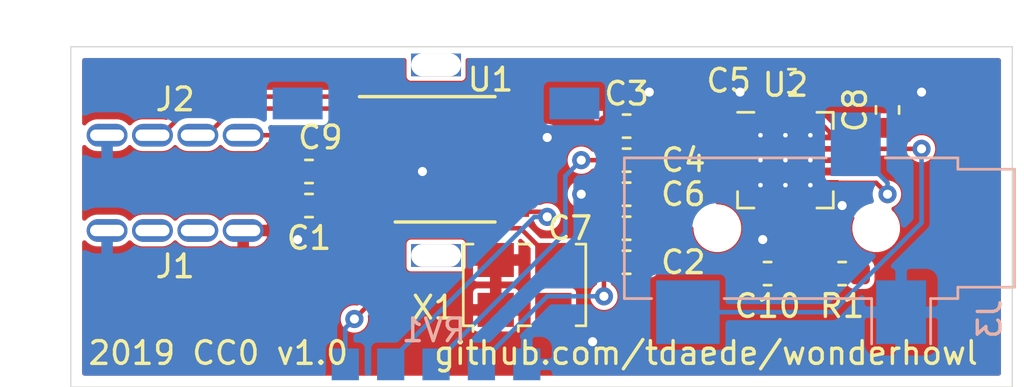
<source format=kicad_pcb>
(kicad_pcb (version 20171130) (host pcbnew 5.1.0-rc1-unknown-r14970-a246d905)

  (general
    (thickness 1.6)
    (drawings 6)
    (tracks 129)
    (zones 0)
    (modules 18)
    (nets 25)
  )

  (page A4)
  (layers
    (0 F.Cu signal)
    (31 B.Cu signal)
    (32 B.Adhes user)
    (33 F.Adhes user)
    (34 B.Paste user)
    (35 F.Paste user)
    (36 B.SilkS user)
    (37 F.SilkS user)
    (38 B.Mask user)
    (39 F.Mask user)
    (40 Dwgs.User user)
    (41 Cmts.User user)
    (42 Eco1.User user)
    (43 Eco2.User user)
    (44 Edge.Cuts user)
    (45 Margin user)
    (46 B.CrtYd user)
    (47 F.CrtYd user)
    (48 B.Fab user)
    (49 F.Fab user)
  )

  (setup
    (last_trace_width 0.2)
    (trace_clearance 0.2)
    (zone_clearance 0.2)
    (zone_45_only no)
    (trace_min 0.2)
    (via_size 0.8)
    (via_drill 0.4)
    (via_min_size 0.4)
    (via_min_drill 0.3)
    (uvia_size 0.3)
    (uvia_drill 0.1)
    (uvias_allowed no)
    (uvia_min_size 0.2)
    (uvia_min_drill 0.1)
    (edge_width 0.05)
    (segment_width 0.2)
    (pcb_text_width 0.3)
    (pcb_text_size 1.5 1.5)
    (mod_edge_width 0.12)
    (mod_text_size 1 1)
    (mod_text_width 0.15)
    (pad_size 0.5 0.5)
    (pad_drill 0.2)
    (pad_to_mask_clearance 0.051)
    (solder_mask_min_width 0.25)
    (aux_axis_origin 0 0)
    (visible_elements FFFFFF7F)
    (pcbplotparams
      (layerselection 0x010fc_ffffffff)
      (usegerberextensions false)
      (usegerberattributes false)
      (usegerberadvancedattributes false)
      (creategerberjobfile false)
      (excludeedgelayer true)
      (linewidth 0.100000)
      (plotframeref false)
      (viasonmask false)
      (mode 1)
      (useauxorigin false)
      (hpglpennumber 1)
      (hpglpenspeed 20)
      (hpglpendiameter 15.000000)
      (psnegative false)
      (psa4output false)
      (plotreference true)
      (plotvalue true)
      (plotinvisibletext false)
      (padsonsilk false)
      (subtractmaskfromsilk false)
      (outputformat 1)
      (mirror false)
      (drillshape 0)
      (scaleselection 1)
      (outputdirectory "wonderhowl_v1.0"))
  )

  (net 0 "")
  (net 1 GND)
  (net 2 "Net-(C1-Pad1)")
  (net 3 "Net-(C2-Pad2)")
  (net 4 "Net-(C2-Pad1)")
  (net 5 +3V3)
  (net 6 "Net-(C4-Pad2)")
  (net 7 "Net-(C4-Pad1)")
  (net 8 "Net-(C5-Pad2)")
  (net 9 "Net-(C5-Pad1)")
  (net 10 "Net-(C6-Pad2)")
  (net 11 "Net-(C7-Pad2)")
  (net 12 "Net-(C8-Pad1)")
  (net 13 /SER_MISO)
  (net 14 /SER_MOSI)
  (net 15 /HDPN_SDAT)
  (net 16 /HDPN_LRCK)
  (net 17 /HDPN_BCLK)
  (net 18 "Net-(J3-PadT)")
  (net 19 "Net-(J3-PadR)")
  (net 20 "Net-(R1-Pad1)")
  (net 21 "Net-(U1-Pad16)")
  (net 22 "Net-(U1-Pad10)")
  (net 23 "Net-(RV1-Pad4)")
  (net 24 "Net-(RV1-Pad1)")

  (net_class Default "This is the default net class."
    (clearance 0.2)
    (trace_width 0.2)
    (via_dia 0.8)
    (via_drill 0.4)
    (uvia_dia 0.3)
    (uvia_drill 0.1)
    (add_net +3V3)
    (add_net /HDPN_BCLK)
    (add_net /HDPN_LRCK)
    (add_net /HDPN_SDAT)
    (add_net /SER_MISO)
    (add_net /SER_MOSI)
    (add_net GND)
    (add_net "Net-(C1-Pad1)")
    (add_net "Net-(C2-Pad1)")
    (add_net "Net-(C2-Pad2)")
    (add_net "Net-(C4-Pad1)")
    (add_net "Net-(C4-Pad2)")
    (add_net "Net-(C5-Pad1)")
    (add_net "Net-(C5-Pad2)")
    (add_net "Net-(C6-Pad2)")
    (add_net "Net-(C7-Pad2)")
    (add_net "Net-(C8-Pad1)")
    (add_net "Net-(J3-PadR)")
    (add_net "Net-(J3-PadT)")
    (add_net "Net-(R1-Pad1)")
    (add_net "Net-(RV1-Pad1)")
    (add_net "Net-(RV1-Pad4)")
    (add_net "Net-(U1-Pad10)")
    (add_net "Net-(U1-Pad16)")
  )

  (module wonderhowl:RK10J1 (layer B.Cu) (tedit 5CBA88C4) (tstamp 5CBA8E1E)
    (at 107.1 103 180)
    (path /5CBC2FC4)
    (fp_text reference RV1 (at 0.1 -7.5 180) (layer B.SilkS)
      (effects (font (size 1 1) (thickness 0.15)) (justify mirror))
    )
    (fp_text value R_POT_Dual (at -0.1 -8 180) (layer B.Fab)
      (effects (font (size 1 1) (thickness 0.15)) (justify mirror))
    )
    (fp_circle (center 0 0) (end 7 0) (layer B.CrtYd) (width 0.12))
    (pad "" np_thru_hole rect (at 0 -4.2 180) (size 2.2 1) (drill oval 2.2 1) (layers *.Cu *.Mask))
    (pad "" np_thru_hole rect (at 0 4.2 180) (size 2.2 1) (drill oval 2.2 1) (layers *.Cu *.Mask))
    (pad 3 smd rect (at -4 -9 180) (size 1.2 1.4) (layers B.Cu B.Paste B.Mask)
      (net 1 GND))
    (pad 2 smd rect (at -2 -9 180) (size 1.2 1.4) (layers B.Cu B.Paste B.Mask)
      (net 4 "Net-(C2-Pad1)"))
    (pad 1 smd rect (at 4 -9 180) (size 1.2 1.4) (layers B.Cu B.Paste B.Mask)
      (net 24 "Net-(RV1-Pad1)"))
    (pad 4 smd rect (at 2 -9 180) (size 1.2 1.4) (layers B.Cu B.Paste B.Mask)
      (net 23 "Net-(RV1-Pad4)"))
    (pad 5 smd rect (at 0 -9 180) (size 1.2 1.4) (layers B.Cu B.Paste B.Mask)
      (net 7 "Net-(C4-Pad1)"))
    (pad "" smd rect (at 6.1 2.5 180) (size 2.2 1.4) (layers B.Cu B.Paste B.Mask))
    (pad "" smd rect (at -6.1 2.5 180) (size 2.2 1.4) (layers B.Cu B.Paste B.Mask))
  )

  (module Oscillator:Oscillator_SMD_SeikoEpson_SG8002LB-4Pin_5.0x3.2mm (layer F.Cu) (tedit 58CD3345) (tstamp 5CB872C8)
    (at 111 108.5)
    (descr "SMD Crystal Oscillator Seiko Epson SG-8002LB https://support.epson.biz/td/api/doc_check.php?mode=dl&lang=en&Parts=SG-8002DC, 5.0x3.2mm^2 package")
    (tags "SMD SMT crystal oscillator")
    (path /5CB8CD53)
    (attr smd)
    (fp_text reference X1 (at -4 1) (layer F.SilkS)
      (effects (font (size 1 1) (thickness 0.15)))
    )
    (fp_text value SG-8002LB (at 0 2.85) (layer F.Fab)
      (effects (font (size 1 1) (thickness 0.15)))
    )
    (fp_circle (center 0 0) (end 0.058333 0) (layer F.Adhes) (width 0.116667))
    (fp_circle (center 0 0) (end 0.133333 0) (layer F.Adhes) (width 0.083333))
    (fp_circle (center 0 0) (end 0.208333 0) (layer F.Adhes) (width 0.083333))
    (fp_circle (center 0 0) (end 0.25 0) (layer F.Adhes) (width 0.1))
    (fp_line (start 2.8 -2.1) (end -2.8 -2.1) (layer F.CrtYd) (width 0.05))
    (fp_line (start 2.8 2.1) (end 2.8 -2.1) (layer F.CrtYd) (width 0.05))
    (fp_line (start -2.8 2.1) (end 2.8 2.1) (layer F.CrtYd) (width 0.05))
    (fp_line (start -2.8 -2.1) (end -2.8 2.1) (layer F.CrtYd) (width 0.05))
    (fp_line (start -0.27 1.8) (end -0.27 2.05) (layer F.SilkS) (width 0.12))
    (fp_line (start 0.27 1.8) (end -0.27 1.8) (layer F.SilkS) (width 0.12))
    (fp_line (start -2.7 -1.8) (end -2.27 -1.8) (layer F.SilkS) (width 0.12))
    (fp_line (start -2.7 1.8) (end -2.7 -1.8) (layer F.SilkS) (width 0.12))
    (fp_line (start -2.27 1.8) (end -2.7 1.8) (layer F.SilkS) (width 0.12))
    (fp_line (start -2.27 2.05) (end -2.27 1.8) (layer F.SilkS) (width 0.12))
    (fp_line (start -0.27 -1.8) (end 0.27 -1.8) (layer F.SilkS) (width 0.12))
    (fp_line (start 2.7 1.8) (end 2.27 1.8) (layer F.SilkS) (width 0.12))
    (fp_line (start 2.7 -1.8) (end 2.7 1.8) (layer F.SilkS) (width 0.12))
    (fp_line (start 2.27 -1.8) (end 2.7 -1.8) (layer F.SilkS) (width 0.12))
    (fp_line (start -2.5 0.6) (end -1.5 1.6) (layer F.Fab) (width 0.1))
    (fp_line (start 2.5 -1.6) (end -2.5 -1.6) (layer F.Fab) (width 0.1))
    (fp_line (start 2.5 1.6) (end 2.5 -1.6) (layer F.Fab) (width 0.1))
    (fp_line (start -2.5 1.6) (end 2.5 1.6) (layer F.Fab) (width 0.1))
    (fp_line (start -2.5 -1.6) (end -2.5 1.6) (layer F.Fab) (width 0.1))
    (fp_text user %R (at 0 0) (layer F.Fab)
      (effects (font (size 1 1) (thickness 0.15)))
    )
    (pad 4 smd rect (at -1.27 -1.1) (size 1.6 1.5) (layers F.Cu F.Paste F.Mask)
      (net 5 +3V3))
    (pad 3 smd rect (at 1.27 -1.1) (size 1.6 1.5) (layers F.Cu F.Paste F.Mask)
      (net 21 "Net-(U1-Pad16)"))
    (pad 2 smd rect (at 1.27 1.1) (size 1.6 1.5) (layers F.Cu F.Paste F.Mask)
      (net 1 GND))
    (pad 1 smd rect (at -1.27 1.1) (size 1.6 1.5) (layers F.Cu F.Paste F.Mask)
      (net 5 +3V3))
    (model ${KISYS3DMOD}/Oscillator.3dshapes/Oscillator_SMD_SeikoEpson_SG8002LB-4Pin_5.0x3.2mm.wrl
      (at (xyz 0 0 0))
      (scale (xyz 1 1 1))
      (rotate (xyz 0 0 0))
    )
  )

  (module Package_DFN_QFN:Texas_S-PVQFN-N20_EP2.7x2.7mm_ThermalVias (layer F.Cu) (tedit 5CBA9456) (tstamp 5CB872A8)
    (at 122.5 103)
    (descr "QFN, 20 Pin (http://www.ti.com/lit/ds/symlink/drv8662.pdf#page=23), generated with kicad-footprint-generator ipc_noLead_generator.py")
    (tags "QFN NoLead")
    (path /5CB923FF)
    (zone_connect 2)
    (attr smd)
    (fp_text reference U2 (at 0 -3.32) (layer F.SilkS)
      (effects (font (size 1 1) (thickness 0.15)))
    )
    (fp_text value TPA6133A2 (at 0 3.32) (layer F.Fab)
      (effects (font (size 1 1) (thickness 0.15)))
    )
    (fp_text user %R (at 0 0) (layer F.Fab)
      (effects (font (size 1 1) (thickness 0.15)))
    )
    (fp_line (start 2.62 -2.62) (end -2.62 -2.62) (layer F.CrtYd) (width 0.05))
    (fp_line (start 2.62 2.62) (end 2.62 -2.62) (layer F.CrtYd) (width 0.05))
    (fp_line (start -2.62 2.62) (end 2.62 2.62) (layer F.CrtYd) (width 0.05))
    (fp_line (start -2.62 -2.62) (end -2.62 2.62) (layer F.CrtYd) (width 0.05))
    (fp_line (start -2 -1) (end -1 -2) (layer F.Fab) (width 0.1))
    (fp_line (start -2 2) (end -2 -1) (layer F.Fab) (width 0.1))
    (fp_line (start 2 2) (end -2 2) (layer F.Fab) (width 0.1))
    (fp_line (start 2 -2) (end 2 2) (layer F.Fab) (width 0.1))
    (fp_line (start -1 -2) (end 2 -2) (layer F.Fab) (width 0.1))
    (fp_line (start -1.385 -2.11) (end -2.11 -2.11) (layer F.SilkS) (width 0.12))
    (fp_line (start 2.11 2.11) (end 2.11 1.385) (layer F.SilkS) (width 0.12))
    (fp_line (start 1.385 2.11) (end 2.11 2.11) (layer F.SilkS) (width 0.12))
    (fp_line (start -2.11 2.11) (end -2.11 1.385) (layer F.SilkS) (width 0.12))
    (fp_line (start -1.385 2.11) (end -2.11 2.11) (layer F.SilkS) (width 0.12))
    (fp_line (start 2.11 -2.11) (end 2.11 -1.385) (layer F.SilkS) (width 0.12))
    (fp_line (start 1.385 -2.11) (end 2.11 -2.11) (layer F.SilkS) (width 0.12))
    (pad 20 smd roundrect (at -1 -1.9625) (size 0.25 0.825) (layers F.Cu F.Paste F.Mask) (roundrect_rratio 0.25)
      (net 5 +3V3) (zone_connect 2))
    (pad 19 smd roundrect (at -0.5 -1.9625) (size 0.25 0.825) (layers F.Cu F.Paste F.Mask) (roundrect_rratio 0.25)
      (net 1 GND) (zone_connect 2))
    (pad 18 smd roundrect (at 0 -1.9625) (size 0.25 0.825) (layers F.Cu F.Paste F.Mask) (roundrect_rratio 0.25)
      (net 9 "Net-(C5-Pad1)") (zone_connect 2))
    (pad 17 smd roundrect (at 0.5 -1.9625) (size 0.25 0.825) (layers F.Cu F.Paste F.Mask) (roundrect_rratio 0.25)
      (net 8 "Net-(C5-Pad2)") (zone_connect 2))
    (pad 16 smd roundrect (at 1 -1.9625) (size 0.25 0.825) (layers F.Cu F.Paste F.Mask) (roundrect_rratio 0.25)
      (net 12 "Net-(C8-Pad1)") (zone_connect 2))
    (pad 15 smd roundrect (at 1.9625 -1) (size 0.825 0.25) (layers F.Cu F.Paste F.Mask) (roundrect_rratio 0.25)
      (net 12 "Net-(C8-Pad1)") (zone_connect 2))
    (pad 14 smd roundrect (at 1.9625 -0.5) (size 0.825 0.25) (layers F.Cu F.Paste F.Mask) (roundrect_rratio 0.25)
      (net 18 "Net-(J3-PadT)") (zone_connect 2))
    (pad 13 smd roundrect (at 1.9625 0) (size 0.825 0.25) (layers F.Cu F.Paste F.Mask) (roundrect_rratio 0.25)
      (net 1 GND) (zone_connect 2))
    (pad 12 smd roundrect (at 1.9625 0.5) (size 0.825 0.25) (layers F.Cu F.Paste F.Mask) (roundrect_rratio 0.25)
      (net 5 +3V3) (zone_connect 2))
    (pad 11 smd roundrect (at 1.9625 1) (size 0.825 0.25) (layers F.Cu F.Paste F.Mask) (roundrect_rratio 0.25)
      (net 19 "Net-(J3-PadR)") (zone_connect 2))
    (pad 10 smd roundrect (at 1 1.9625) (size 0.25 0.825) (layers F.Cu F.Paste F.Mask) (roundrect_rratio 0.25)
      (net 1 GND) (zone_connect 2))
    (pad 9 smd roundrect (at 0.5 1.9625) (size 0.25 0.825) (layers F.Cu F.Paste F.Mask) (roundrect_rratio 0.25)
      (net 1 GND) (zone_connect 2))
    (pad 8 smd roundrect (at 0 1.9625) (size 0.25 0.825) (layers F.Cu F.Paste F.Mask) (roundrect_rratio 0.25)
      (net 20 "Net-(R1-Pad1)") (zone_connect 2))
    (pad 7 smd roundrect (at -0.5 1.9625) (size 0.25 0.825) (layers F.Cu F.Paste F.Mask) (roundrect_rratio 0.25)
      (net 20 "Net-(R1-Pad1)") (zone_connect 2))
    (pad 6 smd roundrect (at -1 1.9625) (size 0.25 0.825) (layers F.Cu F.Paste F.Mask) (roundrect_rratio 0.25)
      (net 5 +3V3) (zone_connect 2))
    (pad 5 smd roundrect (at -1.9625 1) (size 0.825 0.25) (layers F.Cu F.Paste F.Mask) (roundrect_rratio 0.25)
      (net 3 "Net-(C2-Pad2)") (zone_connect 2))
    (pad 4 smd roundrect (at -1.9625 0.5) (size 0.825 0.25) (layers F.Cu F.Paste F.Mask) (roundrect_rratio 0.25)
      (net 11 "Net-(C7-Pad2)") (zone_connect 2))
    (pad 3 smd roundrect (at -1.9625 0) (size 0.825 0.25) (layers F.Cu F.Paste F.Mask) (roundrect_rratio 0.25)
      (net 1 GND) (zone_connect 2))
    (pad 2 smd roundrect (at -1.9625 -0.5) (size 0.825 0.25) (layers F.Cu F.Paste F.Mask) (roundrect_rratio 0.25)
      (net 10 "Net-(C6-Pad2)") (zone_connect 2))
    (pad 1 smd roundrect (at -1.9625 -1) (size 0.825 0.25) (layers F.Cu F.Paste F.Mask) (roundrect_rratio 0.25)
      (net 6 "Net-(C4-Pad2)") (zone_connect 2))
    (pad "" smd roundrect (at 0.675 0.675) (size 1.13 1.13) (layers F.Paste) (roundrect_rratio 0.221239)
      (zone_connect 2))
    (pad "" smd roundrect (at 0.675 -0.675) (size 1.13 1.13) (layers F.Paste) (roundrect_rratio 0.221239)
      (zone_connect 2))
    (pad "" smd roundrect (at -0.675 0.675) (size 1.13 1.13) (layers F.Paste) (roundrect_rratio 0.221239)
      (zone_connect 2))
    (pad "" smd roundrect (at -0.675 -0.675) (size 1.13 1.13) (layers F.Paste) (roundrect_rratio 0.221239)
      (zone_connect 2))
    (pad 21 smd roundrect (at 0 0) (size 2.7 2.7) (layers B.Cu) (roundrect_rratio 0.09300000000000001)
      (net 1 GND) (zone_connect 2))
    (pad 21 thru_hole circle (at 1.1 1.1) (size 0.5 0.5) (drill 0.2) (layers *.Cu)
      (net 1 GND) (zone_connect 2))
    (pad 21 thru_hole circle (at 0 1.1) (size 0.5 0.5) (drill 0.2) (layers *.Cu)
      (net 1 GND) (zone_connect 2))
    (pad 21 thru_hole circle (at -1.1 1.1) (size 0.5 0.5) (drill 0.2) (layers *.Cu)
      (net 1 GND) (zone_connect 2))
    (pad 21 thru_hole circle (at 1.1 0) (size 0.5 0.5) (drill 0.2) (layers *.Cu)
      (net 1 GND) (zone_connect 2))
    (pad 21 thru_hole circle (at 0 0) (size 0.5 0.5) (drill 0.2) (layers *.Cu)
      (net 1 GND) (zone_connect 2))
    (pad 21 thru_hole circle (at -1.1 0) (size 0.5 0.5) (drill 0.2) (layers *.Cu)
      (net 1 GND) (zone_connect 2))
    (pad 21 thru_hole circle (at 1.1 -1.1) (size 0.5 0.5) (drill 0.2) (layers *.Cu)
      (net 1 GND) (zone_connect 2))
    (pad 21 thru_hole circle (at 0 -1.1) (size 0.5 0.5) (drill 0.2) (layers *.Cu)
      (net 1 GND) (zone_connect 2))
    (pad 21 thru_hole circle (at -1.1 -1.1) (size 0.5 0.5) (drill 0.2) (layers *.Cu)
      (net 1 GND) (zone_connect 2))
    (pad 21 smd roundrect (at 0 0) (size 2.7 2.7) (layers F.Cu F.Mask) (roundrect_rratio 0.09300000000000001)
      (net 1 GND) (zone_connect 2))
    (model ${KISYS3DMOD}/Package_DFN_QFN.3dshapes/Texas_S-PVQFN-N20_EP2.7x2.7mm.wrl
      (at (xyz 0 0 0))
      (scale (xyz 1 1 1))
      (rotate (xyz 0 0 0))
    )
  )

  (module Package_SO:TSSOP-16_4.4x5mm_P0.65mm (layer F.Cu) (tedit 5A02F25C) (tstamp 5CBA9A33)
    (at 107.5 103)
    (descr "16-Lead Plastic Thin Shrink Small Outline (ST)-4.4 mm Body [TSSOP] (see Microchip Packaging Specification 00000049BS.pdf)")
    (tags "SSOP 0.65")
    (path /5CB828FE)
    (attr smd)
    (fp_text reference U1 (at 2 -3.55) (layer F.SilkS)
      (effects (font (size 1 1) (thickness 0.15)))
    )
    (fp_text value PCM1773PW (at 0 3.55) (layer F.Fab)
      (effects (font (size 1 1) (thickness 0.15)))
    )
    (fp_text user %R (at 0 0) (layer F.Fab)
      (effects (font (size 0.8 0.8) (thickness 0.15)))
    )
    (fp_line (start -3.775 -2.8) (end 2.2 -2.8) (layer F.SilkS) (width 0.15))
    (fp_line (start -2.2 2.725) (end 2.2 2.725) (layer F.SilkS) (width 0.15))
    (fp_line (start -3.95 2.8) (end 3.95 2.8) (layer F.CrtYd) (width 0.05))
    (fp_line (start -3.95 -2.9) (end 3.95 -2.9) (layer F.CrtYd) (width 0.05))
    (fp_line (start 3.95 -2.9) (end 3.95 2.8) (layer F.CrtYd) (width 0.05))
    (fp_line (start -3.95 -2.9) (end -3.95 2.8) (layer F.CrtYd) (width 0.05))
    (fp_line (start -2.2 -1.5) (end -1.2 -2.5) (layer F.Fab) (width 0.15))
    (fp_line (start -2.2 2.5) (end -2.2 -1.5) (layer F.Fab) (width 0.15))
    (fp_line (start 2.2 2.5) (end -2.2 2.5) (layer F.Fab) (width 0.15))
    (fp_line (start 2.2 -2.5) (end 2.2 2.5) (layer F.Fab) (width 0.15))
    (fp_line (start -1.2 -2.5) (end 2.2 -2.5) (layer F.Fab) (width 0.15))
    (pad 16 smd rect (at 2.95 -2.275) (size 1.5 0.45) (layers F.Cu F.Paste F.Mask)
      (net 21 "Net-(U1-Pad16)"))
    (pad 15 smd rect (at 2.95 -1.625) (size 1.5 0.45) (layers F.Cu F.Paste F.Mask)
      (net 5 +3V3))
    (pad 14 smd rect (at 2.95 -0.975) (size 1.5 0.45) (layers F.Cu F.Paste F.Mask)
      (net 1 GND))
    (pad 13 smd rect (at 2.95 -0.325) (size 1.5 0.45) (layers F.Cu F.Paste F.Mask)
      (net 1 GND))
    (pad 12 smd rect (at 2.95 0.325) (size 1.5 0.45) (layers F.Cu F.Paste F.Mask)
      (net 5 +3V3))
    (pad 11 smd rect (at 2.95 0.975) (size 1.5 0.45) (layers F.Cu F.Paste F.Mask)
      (net 5 +3V3))
    (pad 10 smd rect (at 2.95 1.625) (size 1.5 0.45) (layers F.Cu F.Paste F.Mask)
      (net 22 "Net-(U1-Pad10)"))
    (pad 9 smd rect (at 2.95 2.275) (size 1.5 0.45) (layers F.Cu F.Paste F.Mask)
      (net 23 "Net-(RV1-Pad4)"))
    (pad 8 smd rect (at -2.95 2.275) (size 1.5 0.45) (layers F.Cu F.Paste F.Mask)
      (net 24 "Net-(RV1-Pad1)"))
    (pad 7 smd rect (at -2.95 1.625) (size 1.5 0.45) (layers F.Cu F.Paste F.Mask)
      (net 2 "Net-(C1-Pad1)"))
    (pad 6 smd rect (at -2.95 0.975) (size 1.5 0.45) (layers F.Cu F.Paste F.Mask)
      (net 1 GND))
    (pad 5 smd rect (at -2.95 0.325) (size 1.5 0.45) (layers F.Cu F.Paste F.Mask)
      (net 1 GND))
    (pad 4 smd rect (at -2.95 -0.325) (size 1.5 0.45) (layers F.Cu F.Paste F.Mask)
      (net 5 +3V3))
    (pad 3 smd rect (at -2.95 -0.975) (size 1.5 0.45) (layers F.Cu F.Paste F.Mask)
      (net 17 /HDPN_BCLK))
    (pad 2 smd rect (at -2.95 -1.625) (size 1.5 0.45) (layers F.Cu F.Paste F.Mask)
      (net 15 /HDPN_SDAT))
    (pad 1 smd rect (at -2.95 -2.275) (size 1.5 0.45) (layers F.Cu F.Paste F.Mask)
      (net 16 /HDPN_LRCK))
    (model ${KISYS3DMOD}/Package_SO.3dshapes/TSSOP-16_4.4x5mm_P0.65mm.wrl
      (at (xyz 0 0 0))
      (scale (xyz 1 1 1))
      (rotate (xyz 0 0 0))
    )
  )

  (module Resistor_SMD:R_0603_1608Metric (layer F.Cu) (tedit 5B301BBD) (tstamp 5CB89CAE)
    (at 125 108 180)
    (descr "Resistor SMD 0603 (1608 Metric), square (rectangular) end terminal, IPC_7351 nominal, (Body size source: http://www.tortai-tech.com/upload/download/2011102023233369053.pdf), generated with kicad-footprint-generator")
    (tags resistor)
    (path /5CB9E735)
    (attr smd)
    (fp_text reference R1 (at 0 -1.43 180) (layer F.SilkS)
      (effects (font (size 1 1) (thickness 0.15)))
    )
    (fp_text value 2.2K (at 0 1.43 180) (layer F.Fab)
      (effects (font (size 1 1) (thickness 0.15)))
    )
    (fp_text user %R (at 0 0 180) (layer F.Fab)
      (effects (font (size 0.4 0.4) (thickness 0.06)))
    )
    (fp_line (start 1.48 0.73) (end -1.48 0.73) (layer F.CrtYd) (width 0.05))
    (fp_line (start 1.48 -0.73) (end 1.48 0.73) (layer F.CrtYd) (width 0.05))
    (fp_line (start -1.48 -0.73) (end 1.48 -0.73) (layer F.CrtYd) (width 0.05))
    (fp_line (start -1.48 0.73) (end -1.48 -0.73) (layer F.CrtYd) (width 0.05))
    (fp_line (start -0.162779 0.51) (end 0.162779 0.51) (layer F.SilkS) (width 0.12))
    (fp_line (start -0.162779 -0.51) (end 0.162779 -0.51) (layer F.SilkS) (width 0.12))
    (fp_line (start 0.8 0.4) (end -0.8 0.4) (layer F.Fab) (width 0.1))
    (fp_line (start 0.8 -0.4) (end 0.8 0.4) (layer F.Fab) (width 0.1))
    (fp_line (start -0.8 -0.4) (end 0.8 -0.4) (layer F.Fab) (width 0.1))
    (fp_line (start -0.8 0.4) (end -0.8 -0.4) (layer F.Fab) (width 0.1))
    (pad 2 smd roundrect (at 0.7875 0 180) (size 0.875 0.95) (layers F.Cu F.Paste F.Mask) (roundrect_rratio 0.25)
      (net 5 +3V3))
    (pad 1 smd roundrect (at -0.7875 0 180) (size 0.875 0.95) (layers F.Cu F.Paste F.Mask) (roundrect_rratio 0.25)
      (net 20 "Net-(R1-Pad1)"))
    (model ${KISYS3DMOD}/Resistor_SMD.3dshapes/R_0603_1608Metric.wrl
      (at (xyz 0 0 0))
      (scale (xyz 1 1 1))
      (rotate (xyz 0 0 0))
    )
  )

  (module Connector_Audio:Jack_3.5mm_CUI_SJ-3523-SMT_Horizontal (layer B.Cu) (tedit 5C635420) (tstamp 5CB8724A)
    (at 124 106 90)
    (descr "3.5 mm, Stereo, Right Angle, Surface Mount (SMT), Audio Jack Connector (https://www.cui.com/product/resource/sj-352x-smt-series.pdf)")
    (tags "3.5mm audio cui horizontal jack stereo")
    (path /5CBACE17)
    (attr smd)
    (fp_text reference J3 (at -4 7.5 90) (layer B.SilkS)
      (effects (font (size 1 1) (thickness 0.15)) (justify mirror))
    )
    (fp_text value AudioJack3 (at 0 -10.35 90) (layer B.Fab)
      (effects (font (size 1 1) (thickness 0.15)) (justify mirror))
    )
    (fp_line (start -3.1 2.3) (end -5.1 2.3) (layer B.SilkS) (width 0.12))
    (fp_line (start -3.1 4.9) (end -5.1 4.9) (layer B.SilkS) (width 0.12))
    (fp_line (start -3.1 -4.2) (end -3.1 2.3) (layer B.SilkS) (width 0.12))
    (fp_line (start -3.1 -8.6) (end -3.1 -7.4) (layer B.SilkS) (width 0.12))
    (fp_line (start 3.1 -8.6) (end -3.1 -8.6) (layer B.SilkS) (width 0.12))
    (fp_line (start 3.1 0.3) (end 3.1 -8.6) (layer B.SilkS) (width 0.12))
    (fp_line (start 3.1 6.1) (end 3.1 2.9) (layer B.SilkS) (width 0.12))
    (fp_line (start 2.6 6.1) (end 3.1 6.1) (layer B.SilkS) (width 0.12))
    (fp_line (start 2.6 8.6) (end 2.6 6.1) (layer B.SilkS) (width 0.12))
    (fp_line (start -2.6 8.6) (end 2.6 8.6) (layer B.SilkS) (width 0.12))
    (fp_line (start -2.6 6.1) (end -2.6 8.6) (layer B.SilkS) (width 0.12))
    (fp_line (start -3.1 6.1) (end -2.6 6.1) (layer B.SilkS) (width 0.12))
    (fp_line (start -3.1 4.9) (end -3.1 6.1) (layer B.SilkS) (width 0.12))
    (fp_text user %R (at 0 0 90) (layer B.Fab)
      (effects (font (size 1 1) (thickness 0.15)) (justify mirror))
    )
    (fp_line (start -5.6 9) (end 5.6 9) (layer B.CrtYd) (width 0.05))
    (fp_line (start -5.6 -9) (end -5.6 9) (layer B.CrtYd) (width 0.05))
    (fp_line (start 5.6 -9) (end -5.6 -9) (layer B.CrtYd) (width 0.05))
    (fp_line (start 5.6 9) (end 5.6 -9) (layer B.CrtYd) (width 0.05))
    (fp_line (start 2.5 6) (end 3 6) (layer B.Fab) (width 0.1))
    (fp_line (start 2.5 8.5) (end 2.5 6) (layer B.Fab) (width 0.1))
    (fp_line (start -2.5 8.5) (end 2.5 8.5) (layer B.Fab) (width 0.1))
    (fp_line (start -2.5 6) (end -2.5 8.5) (layer B.Fab) (width 0.1))
    (fp_line (start -3 6) (end -2.5 6) (layer B.Fab) (width 0.1))
    (fp_line (start -3 -8.5) (end -3 6) (layer B.Fab) (width 0.1))
    (fp_line (start 3 -8.5) (end -3 -8.5) (layer B.Fab) (width 0.1))
    (fp_line (start 3 6) (end 3 -8.5) (layer B.Fab) (width 0.1))
    (pad "" np_thru_hole circle (at 0 -4.5 90) (size 1.7 1.7) (drill 1.7) (layers *.Cu *.Mask))
    (pad "" np_thru_hole circle (at 0 2.5 90) (size 1.7 1.7) (drill 1.7) (layers *.Cu *.Mask))
    (pad T smd rect (at -3.7 -5.8 90) (size 2.8 2.8) (layers B.Cu B.Paste B.Mask)
      (net 18 "Net-(J3-PadT)"))
    (pad S smd rect (at -3.7 3.6 90) (size 2.8 2.2) (layers B.Cu B.Paste B.Mask)
      (net 1 GND))
    (pad R smd rect (at 3.7 1.6 90) (size 2.8 2.2) (layers B.Cu B.Paste B.Mask)
      (net 19 "Net-(J3-PadR)"))
    (model ${KISYS3DMOD}/Connector_Audio.3dshapes/Jack_3.5mm_CUI_SJ-3523-SMT_Horizontal.wrl
      (at (xyz 0 0 0))
      (scale (xyz 1 1 1))
      (rotate (xyz 0 0 0))
    )
  )

  (module wonderhowl:Molex_0472861001_Vertical (layer F.Cu) (tedit 5CB82315) (tstamp 5CBA989D)
    (at 95.6 100.82 180)
    (path /5CB83FAE)
    (fp_text reference J2 (at 0 0.5 180) (layer F.SilkS)
      (effects (font (size 1 1) (thickness 0.15)))
    )
    (fp_text value Conn_01x04_Female (at 0 -0.5 180) (layer F.Fab)
      (effects (font (size 1 1) (thickness 0.15)))
    )
    (pad 4 thru_hole oval (at 3 -1.08 180) (size 1.8 1) (drill oval 1.5 0.5) (layers *.Cu *.Mask)
      (net 1 GND))
    (pad 3 thru_hole oval (at 1 -1.08 180) (size 1.8 1) (drill oval 1.5 0.5) (layers *.Cu *.Mask)
      (net 15 /HDPN_SDAT))
    (pad 2 thru_hole oval (at -1 -1.08 180) (size 1.8 1) (drill oval 1.5 0.5) (layers *.Cu *.Mask)
      (net 16 /HDPN_LRCK))
    (pad 1 thru_hole oval (at -3 -1.08 180) (size 1.8 1) (drill oval 1.5 0.5) (layers *.Cu *.Mask)
      (net 17 /HDPN_BCLK))
  )

  (module wonderhowl:Molex_0472861001_Vertical (layer F.Cu) (tedit 5CB82315) (tstamp 5CBA98B2)
    (at 95.6 107.18)
    (path /5CB83659)
    (fp_text reference J1 (at 0 0.5) (layer F.SilkS)
      (effects (font (size 1 1) (thickness 0.15)))
    )
    (fp_text value Conn_01x04_Female (at 0 -0.5) (layer F.Fab)
      (effects (font (size 1 1) (thickness 0.15)))
    )
    (pad 4 thru_hole oval (at 3 -1.08) (size 1.8 1) (drill oval 1.5 0.5) (layers *.Cu *.Mask)
      (net 5 +3V3))
    (pad 3 thru_hole oval (at 1 -1.08) (size 1.8 1) (drill oval 1.5 0.5) (layers *.Cu *.Mask)
      (net 13 /SER_MISO))
    (pad 2 thru_hole oval (at -1 -1.08) (size 1.8 1) (drill oval 1.5 0.5) (layers *.Cu *.Mask)
      (net 14 /SER_MOSI))
    (pad 1 thru_hole oval (at -3 -1.08) (size 1.8 1) (drill oval 1.5 0.5) (layers *.Cu *.Mask)
      (net 1 GND))
  )

  (module Capacitor_SMD:C_0603_1608Metric (layer F.Cu) (tedit 5B301BBE) (tstamp 5CB87217)
    (at 121.7125 108 180)
    (descr "Capacitor SMD 0603 (1608 Metric), square (rectangular) end terminal, IPC_7351 nominal, (Body size source: http://www.tortai-tech.com/upload/download/2011102023233369053.pdf), generated with kicad-footprint-generator")
    (tags capacitor)
    (path /5CBA680B)
    (attr smd)
    (fp_text reference C10 (at 0 -1.43 180) (layer F.SilkS)
      (effects (font (size 1 1) (thickness 0.15)))
    )
    (fp_text value 1uF (at 0 1.43 180) (layer F.Fab)
      (effects (font (size 1 1) (thickness 0.15)))
    )
    (fp_text user %R (at 0 0 180) (layer F.Fab)
      (effects (font (size 0.4 0.4) (thickness 0.06)))
    )
    (fp_line (start 1.48 0.73) (end -1.48 0.73) (layer F.CrtYd) (width 0.05))
    (fp_line (start 1.48 -0.73) (end 1.48 0.73) (layer F.CrtYd) (width 0.05))
    (fp_line (start -1.48 -0.73) (end 1.48 -0.73) (layer F.CrtYd) (width 0.05))
    (fp_line (start -1.48 0.73) (end -1.48 -0.73) (layer F.CrtYd) (width 0.05))
    (fp_line (start -0.162779 0.51) (end 0.162779 0.51) (layer F.SilkS) (width 0.12))
    (fp_line (start -0.162779 -0.51) (end 0.162779 -0.51) (layer F.SilkS) (width 0.12))
    (fp_line (start 0.8 0.4) (end -0.8 0.4) (layer F.Fab) (width 0.1))
    (fp_line (start 0.8 -0.4) (end 0.8 0.4) (layer F.Fab) (width 0.1))
    (fp_line (start -0.8 -0.4) (end 0.8 -0.4) (layer F.Fab) (width 0.1))
    (fp_line (start -0.8 0.4) (end -0.8 -0.4) (layer F.Fab) (width 0.1))
    (pad 2 smd roundrect (at 0.7875 0 180) (size 0.875 0.95) (layers F.Cu F.Paste F.Mask) (roundrect_rratio 0.25)
      (net 1 GND))
    (pad 1 smd roundrect (at -0.7875 0 180) (size 0.875 0.95) (layers F.Cu F.Paste F.Mask) (roundrect_rratio 0.25)
      (net 5 +3V3))
    (model ${KISYS3DMOD}/Capacitor_SMD.3dshapes/C_0603_1608Metric.wrl
      (at (xyz 0 0 0))
      (scale (xyz 1 1 1))
      (rotate (xyz 0 0 0))
    )
  )

  (module Capacitor_SMD:C_0603_1608Metric (layer F.Cu) (tedit 5B301BBE) (tstamp 5CBA966C)
    (at 101.5 103.5 180)
    (descr "Capacitor SMD 0603 (1608 Metric), square (rectangular) end terminal, IPC_7351 nominal, (Body size source: http://www.tortai-tech.com/upload/download/2011102023233369053.pdf), generated with kicad-footprint-generator")
    (tags capacitor)
    (path /5CBA51BA)
    (attr smd)
    (fp_text reference C9 (at -0.5 1.5 180) (layer F.SilkS)
      (effects (font (size 1 1) (thickness 0.15)))
    )
    (fp_text value 1uF (at 0 1.43 180) (layer F.Fab)
      (effects (font (size 1 1) (thickness 0.15)))
    )
    (fp_text user %R (at 0 0 180) (layer F.Fab)
      (effects (font (size 0.4 0.4) (thickness 0.06)))
    )
    (fp_line (start 1.48 0.73) (end -1.48 0.73) (layer F.CrtYd) (width 0.05))
    (fp_line (start 1.48 -0.73) (end 1.48 0.73) (layer F.CrtYd) (width 0.05))
    (fp_line (start -1.48 -0.73) (end 1.48 -0.73) (layer F.CrtYd) (width 0.05))
    (fp_line (start -1.48 0.73) (end -1.48 -0.73) (layer F.CrtYd) (width 0.05))
    (fp_line (start -0.162779 0.51) (end 0.162779 0.51) (layer F.SilkS) (width 0.12))
    (fp_line (start -0.162779 -0.51) (end 0.162779 -0.51) (layer F.SilkS) (width 0.12))
    (fp_line (start 0.8 0.4) (end -0.8 0.4) (layer F.Fab) (width 0.1))
    (fp_line (start 0.8 -0.4) (end 0.8 0.4) (layer F.Fab) (width 0.1))
    (fp_line (start -0.8 -0.4) (end 0.8 -0.4) (layer F.Fab) (width 0.1))
    (fp_line (start -0.8 0.4) (end -0.8 -0.4) (layer F.Fab) (width 0.1))
    (pad 2 smd roundrect (at 0.7875 0 180) (size 0.875 0.95) (layers F.Cu F.Paste F.Mask) (roundrect_rratio 0.25)
      (net 1 GND))
    (pad 1 smd roundrect (at -0.7875 0 180) (size 0.875 0.95) (layers F.Cu F.Paste F.Mask) (roundrect_rratio 0.25)
      (net 5 +3V3))
    (model ${KISYS3DMOD}/Capacitor_SMD.3dshapes/C_0603_1608Metric.wrl
      (at (xyz 0 0 0))
      (scale (xyz 1 1 1))
      (rotate (xyz 0 0 0))
    )
  )

  (module Capacitor_SMD:C_0603_1608Metric (layer F.Cu) (tedit 5B301BBE) (tstamp 5CB871F5)
    (at 127 100.7875 90)
    (descr "Capacitor SMD 0603 (1608 Metric), square (rectangular) end terminal, IPC_7351 nominal, (Body size source: http://www.tortai-tech.com/upload/download/2011102023233369053.pdf), generated with kicad-footprint-generator")
    (tags capacitor)
    (path /5CBABE76)
    (attr smd)
    (fp_text reference C8 (at 0 -1.43 90) (layer F.SilkS)
      (effects (font (size 1 1) (thickness 0.15)))
    )
    (fp_text value 1uF (at 0 1.43 90) (layer F.Fab)
      (effects (font (size 1 1) (thickness 0.15)))
    )
    (fp_text user %R (at 0 0 90) (layer F.Fab)
      (effects (font (size 0.4 0.4) (thickness 0.06)))
    )
    (fp_line (start 1.48 0.73) (end -1.48 0.73) (layer F.CrtYd) (width 0.05))
    (fp_line (start 1.48 -0.73) (end 1.48 0.73) (layer F.CrtYd) (width 0.05))
    (fp_line (start -1.48 -0.73) (end 1.48 -0.73) (layer F.CrtYd) (width 0.05))
    (fp_line (start -1.48 0.73) (end -1.48 -0.73) (layer F.CrtYd) (width 0.05))
    (fp_line (start -0.162779 0.51) (end 0.162779 0.51) (layer F.SilkS) (width 0.12))
    (fp_line (start -0.162779 -0.51) (end 0.162779 -0.51) (layer F.SilkS) (width 0.12))
    (fp_line (start 0.8 0.4) (end -0.8 0.4) (layer F.Fab) (width 0.1))
    (fp_line (start 0.8 -0.4) (end 0.8 0.4) (layer F.Fab) (width 0.1))
    (fp_line (start -0.8 -0.4) (end 0.8 -0.4) (layer F.Fab) (width 0.1))
    (fp_line (start -0.8 0.4) (end -0.8 -0.4) (layer F.Fab) (width 0.1))
    (pad 2 smd roundrect (at 0.7875 0 90) (size 0.875 0.95) (layers F.Cu F.Paste F.Mask) (roundrect_rratio 0.25)
      (net 1 GND))
    (pad 1 smd roundrect (at -0.7875 0 90) (size 0.875 0.95) (layers F.Cu F.Paste F.Mask) (roundrect_rratio 0.25)
      (net 12 "Net-(C8-Pad1)"))
    (model ${KISYS3DMOD}/Capacitor_SMD.3dshapes/C_0603_1608Metric.wrl
      (at (xyz 0 0 0))
      (scale (xyz 1 1 1))
      (rotate (xyz 0 0 0))
    )
  )

  (module Capacitor_SMD:C_0603_1608Metric (layer F.Cu) (tedit 5B301BBE) (tstamp 5CBA9BE9)
    (at 115.5 106)
    (descr "Capacitor SMD 0603 (1608 Metric), square (rectangular) end terminal, IPC_7351 nominal, (Body size source: http://www.tortai-tech.com/upload/download/2011102023233369053.pdf), generated with kicad-footprint-generator")
    (tags capacitor)
    (path /5CB94B38)
    (attr smd)
    (fp_text reference C7 (at -2.5 0) (layer F.SilkS)
      (effects (font (size 1 1) (thickness 0.15)))
    )
    (fp_text value 0.47uF (at 0 1.43) (layer F.Fab)
      (effects (font (size 1 1) (thickness 0.15)))
    )
    (fp_text user %R (at 0 0) (layer F.Fab)
      (effects (font (size 0.4 0.4) (thickness 0.06)))
    )
    (fp_line (start 1.48 0.73) (end -1.48 0.73) (layer F.CrtYd) (width 0.05))
    (fp_line (start 1.48 -0.73) (end 1.48 0.73) (layer F.CrtYd) (width 0.05))
    (fp_line (start -1.48 -0.73) (end 1.48 -0.73) (layer F.CrtYd) (width 0.05))
    (fp_line (start -1.48 0.73) (end -1.48 -0.73) (layer F.CrtYd) (width 0.05))
    (fp_line (start -0.162779 0.51) (end 0.162779 0.51) (layer F.SilkS) (width 0.12))
    (fp_line (start -0.162779 -0.51) (end 0.162779 -0.51) (layer F.SilkS) (width 0.12))
    (fp_line (start 0.8 0.4) (end -0.8 0.4) (layer F.Fab) (width 0.1))
    (fp_line (start 0.8 -0.4) (end 0.8 0.4) (layer F.Fab) (width 0.1))
    (fp_line (start -0.8 -0.4) (end 0.8 -0.4) (layer F.Fab) (width 0.1))
    (fp_line (start -0.8 0.4) (end -0.8 -0.4) (layer F.Fab) (width 0.1))
    (pad 2 smd roundrect (at 0.7875 0) (size 0.875 0.95) (layers F.Cu F.Paste F.Mask) (roundrect_rratio 0.25)
      (net 11 "Net-(C7-Pad2)"))
    (pad 1 smd roundrect (at -0.7875 0) (size 0.875 0.95) (layers F.Cu F.Paste F.Mask) (roundrect_rratio 0.25)
      (net 1 GND))
    (model ${KISYS3DMOD}/Capacitor_SMD.3dshapes/C_0603_1608Metric.wrl
      (at (xyz 0 0 0))
      (scale (xyz 1 1 1))
      (rotate (xyz 0 0 0))
    )
  )

  (module Capacitor_SMD:C_0603_1608Metric (layer F.Cu) (tedit 5B301BBE) (tstamp 5CB871D3)
    (at 115.5 104.5)
    (descr "Capacitor SMD 0603 (1608 Metric), square (rectangular) end terminal, IPC_7351 nominal, (Body size source: http://www.tortai-tech.com/upload/download/2011102023233369053.pdf), generated with kicad-footprint-generator")
    (tags capacitor)
    (path /5CB946C8)
    (attr smd)
    (fp_text reference C6 (at 2.5 0) (layer F.SilkS)
      (effects (font (size 1 1) (thickness 0.15)))
    )
    (fp_text value 0.47uF (at 0 1.43) (layer F.Fab)
      (effects (font (size 1 1) (thickness 0.15)))
    )
    (fp_text user %R (at 0 0) (layer F.Fab)
      (effects (font (size 0.4 0.4) (thickness 0.06)))
    )
    (fp_line (start 1.48 0.73) (end -1.48 0.73) (layer F.CrtYd) (width 0.05))
    (fp_line (start 1.48 -0.73) (end 1.48 0.73) (layer F.CrtYd) (width 0.05))
    (fp_line (start -1.48 -0.73) (end 1.48 -0.73) (layer F.CrtYd) (width 0.05))
    (fp_line (start -1.48 0.73) (end -1.48 -0.73) (layer F.CrtYd) (width 0.05))
    (fp_line (start -0.162779 0.51) (end 0.162779 0.51) (layer F.SilkS) (width 0.12))
    (fp_line (start -0.162779 -0.51) (end 0.162779 -0.51) (layer F.SilkS) (width 0.12))
    (fp_line (start 0.8 0.4) (end -0.8 0.4) (layer F.Fab) (width 0.1))
    (fp_line (start 0.8 -0.4) (end 0.8 0.4) (layer F.Fab) (width 0.1))
    (fp_line (start -0.8 -0.4) (end 0.8 -0.4) (layer F.Fab) (width 0.1))
    (fp_line (start -0.8 0.4) (end -0.8 -0.4) (layer F.Fab) (width 0.1))
    (pad 2 smd roundrect (at 0.7875 0) (size 0.875 0.95) (layers F.Cu F.Paste F.Mask) (roundrect_rratio 0.25)
      (net 10 "Net-(C6-Pad2)"))
    (pad 1 smd roundrect (at -0.7875 0) (size 0.875 0.95) (layers F.Cu F.Paste F.Mask) (roundrect_rratio 0.25)
      (net 1 GND))
    (model ${KISYS3DMOD}/Capacitor_SMD.3dshapes/C_0603_1608Metric.wrl
      (at (xyz 0 0 0))
      (scale (xyz 1 1 1))
      (rotate (xyz 0 0 0))
    )
  )

  (module Capacitor_SMD:C_0603_1608Metric (layer F.Cu) (tedit 5B301BBE) (tstamp 5CBAB9EB)
    (at 122.7875 99.5)
    (descr "Capacitor SMD 0603 (1608 Metric), square (rectangular) end terminal, IPC_7351 nominal, (Body size source: http://www.tortai-tech.com/upload/download/2011102023233369053.pdf), generated with kicad-footprint-generator")
    (tags capacitor)
    (path /5CBA897F)
    (attr smd)
    (fp_text reference C5 (at -2.7875 0) (layer F.SilkS)
      (effects (font (size 1 1) (thickness 0.15)))
    )
    (fp_text value 1uF (at 0 1.43) (layer F.Fab)
      (effects (font (size 1 1) (thickness 0.15)))
    )
    (fp_text user %R (at 0 0) (layer F.Fab)
      (effects (font (size 0.4 0.4) (thickness 0.06)))
    )
    (fp_line (start 1.48 0.73) (end -1.48 0.73) (layer F.CrtYd) (width 0.05))
    (fp_line (start 1.48 -0.73) (end 1.48 0.73) (layer F.CrtYd) (width 0.05))
    (fp_line (start -1.48 -0.73) (end 1.48 -0.73) (layer F.CrtYd) (width 0.05))
    (fp_line (start -1.48 0.73) (end -1.48 -0.73) (layer F.CrtYd) (width 0.05))
    (fp_line (start -0.162779 0.51) (end 0.162779 0.51) (layer F.SilkS) (width 0.12))
    (fp_line (start -0.162779 -0.51) (end 0.162779 -0.51) (layer F.SilkS) (width 0.12))
    (fp_line (start 0.8 0.4) (end -0.8 0.4) (layer F.Fab) (width 0.1))
    (fp_line (start 0.8 -0.4) (end 0.8 0.4) (layer F.Fab) (width 0.1))
    (fp_line (start -0.8 -0.4) (end 0.8 -0.4) (layer F.Fab) (width 0.1))
    (fp_line (start -0.8 0.4) (end -0.8 -0.4) (layer F.Fab) (width 0.1))
    (pad 2 smd roundrect (at 0.7875 0) (size 0.875 0.95) (layers F.Cu F.Paste F.Mask) (roundrect_rratio 0.25)
      (net 8 "Net-(C5-Pad2)"))
    (pad 1 smd roundrect (at -0.7875 0) (size 0.875 0.95) (layers F.Cu F.Paste F.Mask) (roundrect_rratio 0.25)
      (net 9 "Net-(C5-Pad1)"))
    (model ${KISYS3DMOD}/Capacitor_SMD.3dshapes/C_0603_1608Metric.wrl
      (at (xyz 0 0 0))
      (scale (xyz 1 1 1))
      (rotate (xyz 0 0 0))
    )
  )

  (module Capacitor_SMD:C_0603_1608Metric (layer F.Cu) (tedit 5B301BBE) (tstamp 5CB871B1)
    (at 115.5 103)
    (descr "Capacitor SMD 0603 (1608 Metric), square (rectangular) end terminal, IPC_7351 nominal, (Body size source: http://www.tortai-tech.com/upload/download/2011102023233369053.pdf), generated with kicad-footprint-generator")
    (tags capacitor)
    (path /5CB9391C)
    (attr smd)
    (fp_text reference C4 (at 2.5 0) (layer F.SilkS)
      (effects (font (size 1 1) (thickness 0.15)))
    )
    (fp_text value 0.47uF (at 0 1.43) (layer F.Fab)
      (effects (font (size 1 1) (thickness 0.15)))
    )
    (fp_text user %R (at 0 0) (layer F.Fab)
      (effects (font (size 0.4 0.4) (thickness 0.06)))
    )
    (fp_line (start 1.48 0.73) (end -1.48 0.73) (layer F.CrtYd) (width 0.05))
    (fp_line (start 1.48 -0.73) (end 1.48 0.73) (layer F.CrtYd) (width 0.05))
    (fp_line (start -1.48 -0.73) (end 1.48 -0.73) (layer F.CrtYd) (width 0.05))
    (fp_line (start -1.48 0.73) (end -1.48 -0.73) (layer F.CrtYd) (width 0.05))
    (fp_line (start -0.162779 0.51) (end 0.162779 0.51) (layer F.SilkS) (width 0.12))
    (fp_line (start -0.162779 -0.51) (end 0.162779 -0.51) (layer F.SilkS) (width 0.12))
    (fp_line (start 0.8 0.4) (end -0.8 0.4) (layer F.Fab) (width 0.1))
    (fp_line (start 0.8 -0.4) (end 0.8 0.4) (layer F.Fab) (width 0.1))
    (fp_line (start -0.8 -0.4) (end 0.8 -0.4) (layer F.Fab) (width 0.1))
    (fp_line (start -0.8 0.4) (end -0.8 -0.4) (layer F.Fab) (width 0.1))
    (pad 2 smd roundrect (at 0.7875 0) (size 0.875 0.95) (layers F.Cu F.Paste F.Mask) (roundrect_rratio 0.25)
      (net 6 "Net-(C4-Pad2)"))
    (pad 1 smd roundrect (at -0.7875 0) (size 0.875 0.95) (layers F.Cu F.Paste F.Mask) (roundrect_rratio 0.25)
      (net 7 "Net-(C4-Pad1)"))
    (model ${KISYS3DMOD}/Capacitor_SMD.3dshapes/C_0603_1608Metric.wrl
      (at (xyz 0 0 0))
      (scale (xyz 1 1 1))
      (rotate (xyz 0 0 0))
    )
  )

  (module Capacitor_SMD:C_0603_1608Metric (layer F.Cu) (tedit 5B301BBE) (tstamp 5CB871A0)
    (at 115.5 101.5)
    (descr "Capacitor SMD 0603 (1608 Metric), square (rectangular) end terminal, IPC_7351 nominal, (Body size source: http://www.tortai-tech.com/upload/download/2011102023233369053.pdf), generated with kicad-footprint-generator")
    (tags capacitor)
    (path /5CBB3164)
    (attr smd)
    (fp_text reference C3 (at 0 -1.43) (layer F.SilkS)
      (effects (font (size 1 1) (thickness 0.15)))
    )
    (fp_text value 1uF (at 0 1.43) (layer F.Fab)
      (effects (font (size 1 1) (thickness 0.15)))
    )
    (fp_text user %R (at 0 0) (layer F.Fab)
      (effects (font (size 0.4 0.4) (thickness 0.06)))
    )
    (fp_line (start 1.48 0.73) (end -1.48 0.73) (layer F.CrtYd) (width 0.05))
    (fp_line (start 1.48 -0.73) (end 1.48 0.73) (layer F.CrtYd) (width 0.05))
    (fp_line (start -1.48 -0.73) (end 1.48 -0.73) (layer F.CrtYd) (width 0.05))
    (fp_line (start -1.48 0.73) (end -1.48 -0.73) (layer F.CrtYd) (width 0.05))
    (fp_line (start -0.162779 0.51) (end 0.162779 0.51) (layer F.SilkS) (width 0.12))
    (fp_line (start -0.162779 -0.51) (end 0.162779 -0.51) (layer F.SilkS) (width 0.12))
    (fp_line (start 0.8 0.4) (end -0.8 0.4) (layer F.Fab) (width 0.1))
    (fp_line (start 0.8 -0.4) (end 0.8 0.4) (layer F.Fab) (width 0.1))
    (fp_line (start -0.8 -0.4) (end 0.8 -0.4) (layer F.Fab) (width 0.1))
    (fp_line (start -0.8 0.4) (end -0.8 -0.4) (layer F.Fab) (width 0.1))
    (pad 2 smd roundrect (at 0.7875 0) (size 0.875 0.95) (layers F.Cu F.Paste F.Mask) (roundrect_rratio 0.25)
      (net 1 GND))
    (pad 1 smd roundrect (at -0.7875 0) (size 0.875 0.95) (layers F.Cu F.Paste F.Mask) (roundrect_rratio 0.25)
      (net 5 +3V3))
    (model ${KISYS3DMOD}/Capacitor_SMD.3dshapes/C_0603_1608Metric.wrl
      (at (xyz 0 0 0))
      (scale (xyz 1 1 1))
      (rotate (xyz 0 0 0))
    )
  )

  (module Capacitor_SMD:C_0603_1608Metric (layer F.Cu) (tedit 5B301BBE) (tstamp 5CBA9C6B)
    (at 115.5 107.5)
    (descr "Capacitor SMD 0603 (1608 Metric), square (rectangular) end terminal, IPC_7351 nominal, (Body size source: http://www.tortai-tech.com/upload/download/2011102023233369053.pdf), generated with kicad-footprint-generator")
    (tags capacitor)
    (path /5CB951DE)
    (attr smd)
    (fp_text reference C2 (at 2.5 0) (layer F.SilkS)
      (effects (font (size 1 1) (thickness 0.15)))
    )
    (fp_text value 0.47uF (at 0 1.43) (layer F.Fab)
      (effects (font (size 1 1) (thickness 0.15)))
    )
    (fp_text user %R (at 0 0) (layer F.Fab)
      (effects (font (size 0.4 0.4) (thickness 0.06)))
    )
    (fp_line (start 1.48 0.73) (end -1.48 0.73) (layer F.CrtYd) (width 0.05))
    (fp_line (start 1.48 -0.73) (end 1.48 0.73) (layer F.CrtYd) (width 0.05))
    (fp_line (start -1.48 -0.73) (end 1.48 -0.73) (layer F.CrtYd) (width 0.05))
    (fp_line (start -1.48 0.73) (end -1.48 -0.73) (layer F.CrtYd) (width 0.05))
    (fp_line (start -0.162779 0.51) (end 0.162779 0.51) (layer F.SilkS) (width 0.12))
    (fp_line (start -0.162779 -0.51) (end 0.162779 -0.51) (layer F.SilkS) (width 0.12))
    (fp_line (start 0.8 0.4) (end -0.8 0.4) (layer F.Fab) (width 0.1))
    (fp_line (start 0.8 -0.4) (end 0.8 0.4) (layer F.Fab) (width 0.1))
    (fp_line (start -0.8 -0.4) (end 0.8 -0.4) (layer F.Fab) (width 0.1))
    (fp_line (start -0.8 0.4) (end -0.8 -0.4) (layer F.Fab) (width 0.1))
    (pad 2 smd roundrect (at 0.7875 0) (size 0.875 0.95) (layers F.Cu F.Paste F.Mask) (roundrect_rratio 0.25)
      (net 3 "Net-(C2-Pad2)"))
    (pad 1 smd roundrect (at -0.7875 0) (size 0.875 0.95) (layers F.Cu F.Paste F.Mask) (roundrect_rratio 0.25)
      (net 4 "Net-(C2-Pad1)"))
    (model ${KISYS3DMOD}/Capacitor_SMD.3dshapes/C_0603_1608Metric.wrl
      (at (xyz 0 0 0))
      (scale (xyz 1 1 1))
      (rotate (xyz 0 0 0))
    )
  )

  (module Capacitor_SMD:C_0603_1608Metric (layer F.Cu) (tedit 5B301BBE) (tstamp 5CB8717E)
    (at 101.5 105 180)
    (descr "Capacitor SMD 0603 (1608 Metric), square (rectangular) end terminal, IPC_7351 nominal, (Body size source: http://www.tortai-tech.com/upload/download/2011102023233369053.pdf), generated with kicad-footprint-generator")
    (tags capacitor)
    (path /5CB8A37F)
    (attr smd)
    (fp_text reference C1 (at 0 -1.43 180) (layer F.SilkS)
      (effects (font (size 1 1) (thickness 0.15)))
    )
    (fp_text value 10uF (at 0 1.43 180) (layer F.Fab)
      (effects (font (size 1 1) (thickness 0.15)))
    )
    (fp_text user %R (at 0 0 180) (layer F.Fab)
      (effects (font (size 0.4 0.4) (thickness 0.06)))
    )
    (fp_line (start 1.48 0.73) (end -1.48 0.73) (layer F.CrtYd) (width 0.05))
    (fp_line (start 1.48 -0.73) (end 1.48 0.73) (layer F.CrtYd) (width 0.05))
    (fp_line (start -1.48 -0.73) (end 1.48 -0.73) (layer F.CrtYd) (width 0.05))
    (fp_line (start -1.48 0.73) (end -1.48 -0.73) (layer F.CrtYd) (width 0.05))
    (fp_line (start -0.162779 0.51) (end 0.162779 0.51) (layer F.SilkS) (width 0.12))
    (fp_line (start -0.162779 -0.51) (end 0.162779 -0.51) (layer F.SilkS) (width 0.12))
    (fp_line (start 0.8 0.4) (end -0.8 0.4) (layer F.Fab) (width 0.1))
    (fp_line (start 0.8 -0.4) (end 0.8 0.4) (layer F.Fab) (width 0.1))
    (fp_line (start -0.8 -0.4) (end 0.8 -0.4) (layer F.Fab) (width 0.1))
    (fp_line (start -0.8 0.4) (end -0.8 -0.4) (layer F.Fab) (width 0.1))
    (pad 2 smd roundrect (at 0.7875 0 180) (size 0.875 0.95) (layers F.Cu F.Paste F.Mask) (roundrect_rratio 0.25)
      (net 1 GND))
    (pad 1 smd roundrect (at -0.7875 0 180) (size 0.875 0.95) (layers F.Cu F.Paste F.Mask) (roundrect_rratio 0.25)
      (net 2 "Net-(C1-Pad1)"))
    (model ${KISYS3DMOD}/Capacitor_SMD.3dshapes/C_0603_1608Metric.wrl
      (at (xyz 0 0 0))
      (scale (xyz 1 1 1))
      (rotate (xyz 0 0 0))
    )
  )

  (gr_text "2019 CC0 v1.0" (at 97.5 111.5) (layer F.SilkS)
    (effects (font (size 1 1) (thickness 0.15)))
  )
  (gr_text github.com/tdaede/wonderhowl (at 119 111.5) (layer F.SilkS)
    (effects (font (size 1 1) (thickness 0.15)))
  )
  (gr_line (start 91 113) (end 91 98) (layer Edge.Cuts) (width 0.05) (tstamp 5CBA9527))
  (gr_line (start 132.5 113) (end 91 113) (layer Edge.Cuts) (width 0.05))
  (gr_line (start 132.5 98) (end 132.5 113) (layer Edge.Cuts) (width 0.05))
  (gr_line (start 91 98) (end 132.5 98) (layer Edge.Cuts) (width 0.05))

  (via (at 112 102) (size 0.8) (drill 0.4) (layers F.Cu B.Cu) (net 1))
  (segment (start 110.45 102.025) (end 111.975 102.025) (width 0.2) (layer F.Cu) (net 1))
  (segment (start 111.975 102.025) (end 112 102) (width 0.2) (layer F.Cu) (net 1))
  (segment (start 110.45 102.675) (end 110.45 102.025) (width 0.2) (layer F.Cu) (net 1))
  (via (at 116.5 100) (size 0.8) (drill 0.4) (layers F.Cu B.Cu) (net 1))
  (segment (start 116.2875 101.5) (end 116.2875 100.2125) (width 0.2) (layer F.Cu) (net 1))
  (segment (start 116.2875 100.2125) (end 116.5 100) (width 0.2) (layer F.Cu) (net 1))
  (via (at 113.5 104.5) (size 0.8) (drill 0.4) (layers F.Cu B.Cu) (net 1))
  (segment (start 114.7125 104.5) (end 113.5 104.5) (width 0.2) (layer F.Cu) (net 1))
  (segment (start 114.7125 104.5) (end 114.7125 106) (width 0.2) (layer F.Cu) (net 1))
  (segment (start 123.5 104.9625) (end 124 104.9625) (width 0.2) (layer F.Cu) (net 1))
  (segment (start 124.9625 104.9625) (end 125 105) (width 0.2) (layer F.Cu) (net 1))
  (segment (start 124 104.9625) (end 124.9625 104.9625) (width 0.2) (layer F.Cu) (net 1))
  (via (at 125 105) (size 0.8) (drill 0.4) (layers F.Cu B.Cu) (net 1))
  (via (at 121.5 106.5) (size 0.8) (drill 0.4) (layers F.Cu B.Cu) (net 1))
  (segment (start 120.925 108) (end 120.925 107.075) (width 0.2) (layer F.Cu) (net 1))
  (segment (start 120.925 107.075) (end 121.5 106.5) (width 0.2) (layer F.Cu) (net 1))
  (via (at 128.5 100) (size 0.8) (drill 0.4) (layers F.Cu B.Cu) (net 1))
  (segment (start 127 100) (end 128.5 100) (width 0.2) (layer F.Cu) (net 1))
  (segment (start 100.7125 103.5) (end 100.7125 105) (width 0.2) (layer F.Cu) (net 1))
  (via (at 101 106.5) (size 0.8) (drill 0.4) (layers F.Cu B.Cu) (net 1))
  (segment (start 100.7125 105) (end 100.7125 106.2125) (width 0.2) (layer F.Cu) (net 1))
  (segment (start 100.7125 106.2125) (end 101 106.5) (width 0.2) (layer F.Cu) (net 1))
  (segment (start 104.55 103.975) (end 104.55 103.325) (width 0.2) (layer F.Cu) (net 1))
  (via (at 106.5 103.5) (size 0.8) (drill 0.4) (layers F.Cu B.Cu) (net 1))
  (segment (start 104.55 103.325) (end 106.325 103.325) (width 0.2) (layer F.Cu) (net 1))
  (segment (start 106.325 103.325) (end 106.5 103.5) (width 0.2) (layer F.Cu) (net 1))
  (via (at 114 111) (size 0.8) (drill 0.4) (layers F.Cu B.Cu) (net 1))
  (segment (start 113.72 111) (end 114 111) (width 0.2) (layer F.Cu) (net 1))
  (segment (start 112.27 109.6) (end 112.32 109.6) (width 0.2) (layer F.Cu) (net 1))
  (segment (start 112.32 109.6) (end 113.72 111) (width 0.2) (layer F.Cu) (net 1))
  (via (at 120.5 100) (size 0.8) (drill 0.4) (layers F.Cu B.Cu) (net 1))
  (segment (start 122 101.0375) (end 122 100.525) (width 0.2) (layer F.Cu) (net 1))
  (segment (start 120.82499 100.32499) (end 120.5 100) (width 0.2) (layer F.Cu) (net 1))
  (segment (start 121.79999 100.32499) (end 120.82499 100.32499) (width 0.2) (layer F.Cu) (net 1))
  (segment (start 122 100.525) (end 121.79999 100.32499) (width 0.2) (layer F.Cu) (net 1))
  (segment (start 123.5 104.9625) (end 123 104.9625) (width 0.2) (layer F.Cu) (net 1))
  (segment (start 124.4625 103) (end 122.5 103) (width 0.2) (layer F.Cu) (net 1))
  (segment (start 120.5375 103) (end 121.4 103) (width 0.2) (layer F.Cu) (net 1))
  (segment (start 102.6625 104.625) (end 102.2875 105) (width 0.2) (layer F.Cu) (net 2))
  (segment (start 104.55 104.625) (end 102.6625 104.625) (width 0.2) (layer F.Cu) (net 2))
  (segment (start 116.749112 107.038388) (end 116.2875 107.5) (width 0.2) (layer F.Cu) (net 3))
  (segment (start 116.75961 107.038388) (end 116.749112 107.038388) (width 0.2) (layer F.Cu) (net 3))
  (segment (start 119.797998 104) (end 116.75961 107.038388) (width 0.2) (layer F.Cu) (net 3))
  (segment (start 119.797998 104) (end 120.5375 104) (width 0.2) (layer F.Cu) (net 3))
  (via (at 114.5 109) (size 0.8) (drill 0.4) (layers F.Cu B.Cu) (net 4))
  (segment (start 112.1 109) (end 114.5 109) (width 0.2) (layer B.Cu) (net 4))
  (segment (start 112 109) (end 112.1 109) (width 0.2) (layer B.Cu) (net 4))
  (segment (start 109.1 112) (end 109.1 111.9) (width 0.2) (layer B.Cu) (net 4))
  (segment (start 109.1 111.9) (end 112 109) (width 0.2) (layer B.Cu) (net 4))
  (segment (start 114.5 107.7125) (end 114.7125 107.5) (width 0.2) (layer F.Cu) (net 4))
  (segment (start 114.5 109) (end 114.5 107.7125) (width 0.2) (layer F.Cu) (net 4))
  (segment (start 119.99614 102) (end 120.5375 102) (width 0.2) (layer F.Cu) (net 6))
  (segment (start 116.2875 103) (end 118.99614 103) (width 0.2) (layer F.Cu) (net 6))
  (segment (start 118.99614 103) (end 119.99614 102) (width 0.2) (layer F.Cu) (net 6))
  (via (at 113.5 103) (size 0.8) (drill 0.4) (layers F.Cu B.Cu) (net 7))
  (segment (start 113.5 103) (end 114.7125 103) (width 0.2) (layer F.Cu) (net 7))
  (segment (start 112.799999 103.700001) (end 113.100001 103.399999) (width 0.2) (layer B.Cu) (net 7))
  (segment (start 113.100001 103.399999) (end 113.5 103) (width 0.2) (layer B.Cu) (net 7))
  (segment (start 112.799999 106.200001) (end 112.799999 103.700001) (width 0.2) (layer B.Cu) (net 7))
  (segment (start 107.1 111.9) (end 112.799999 106.200001) (width 0.2) (layer B.Cu) (net 7))
  (segment (start 107.1 112) (end 107.1 111.9) (width 0.2) (layer B.Cu) (net 7))
  (segment (start 123 100.075) (end 123 101.0375) (width 0.2) (layer F.Cu) (net 8))
  (segment (start 123.575 99.5) (end 123 100.075) (width 0.2) (layer F.Cu) (net 8))
  (segment (start 122.5 100) (end 122.5 101.0375) (width 0.2) (layer F.Cu) (net 9))
  (segment (start 122 99.5) (end 122.5 100) (width 0.2) (layer F.Cu) (net 9))
  (segment (start 118.112332 104.5) (end 116.2875 104.5) (width 0.2) (layer F.Cu) (net 10))
  (segment (start 120.5375 102.5) (end 120.112332 102.5) (width 0.2) (layer F.Cu) (net 10))
  (segment (start 120.112332 102.5) (end 118.112332 104.5) (width 0.2) (layer F.Cu) (net 10))
  (segment (start 119.732298 103.5) (end 120.5375 103.5) (width 0.2) (layer F.Cu) (net 11))
  (segment (start 116.2875 106) (end 117.232298 106) (width 0.2) (layer F.Cu) (net 11))
  (segment (start 117.232298 106) (end 119.732298 103.5) (width 0.2) (layer F.Cu) (net 11))
  (segment (start 124.4625 101.775) (end 124.4625 102) (width 0.2) (layer F.Cu) (net 12))
  (segment (start 123.69571 101.23321) (end 123.92071 101.23321) (width 0.2) (layer F.Cu) (net 12))
  (segment (start 123.92071 101.23321) (end 124.4625 101.775) (width 0.2) (layer F.Cu) (net 12))
  (segment (start 123.5 101.0375) (end 123.69571 101.23321) (width 0.2) (layer F.Cu) (net 12))
  (segment (start 126.575 102) (end 127 101.575) (width 0.2) (layer F.Cu) (net 12))
  (segment (start 124.4625 102) (end 126.575 102) (width 0.2) (layer F.Cu) (net 12))
  (segment (start 105.5 101.375) (end 104.55 101.375) (width 0.2) (layer F.Cu) (net 15))
  (segment (start 105.600001 101.274999) (end 105.5 101.375) (width 0.2) (layer F.Cu) (net 15))
  (segment (start 105.600001 100.259999) (end 105.600001 101.274999) (width 0.2) (layer F.Cu) (net 15))
  (segment (start 105.540001 100.199999) (end 105.600001 100.259999) (width 0.2) (layer F.Cu) (net 15))
  (segment (start 96.700001 100.199999) (end 105.540001 100.199999) (width 0.2) (layer F.Cu) (net 15))
  (segment (start 95 101.9) (end 96.700001 100.199999) (width 0.2) (layer F.Cu) (net 15))
  (segment (start 94.6 101.9) (end 95 101.9) (width 0.2) (layer F.Cu) (net 15))
  (segment (start 103.6 100.725) (end 104.55 100.725) (width 0.2) (layer F.Cu) (net 16))
  (segment (start 98.175 100.725) (end 103.6 100.725) (width 0.2) (layer F.Cu) (net 16))
  (segment (start 97 101.9) (end 98.175 100.725) (width 0.2) (layer F.Cu) (net 16))
  (segment (start 96.6 101.9) (end 97 101.9) (width 0.2) (layer F.Cu) (net 16))
  (segment (start 104.425 101.9) (end 104.55 102.025) (width 0.2) (layer F.Cu) (net 17))
  (segment (start 98.6 101.9) (end 104.425 101.9) (width 0.2) (layer F.Cu) (net 17))
  (via (at 128.5 102.5) (size 0.8) (drill 0.4) (layers F.Cu B.Cu) (net 18))
  (segment (start 124.9625 102.5) (end 128.5 102.5) (width 0.2) (layer F.Cu) (net 18))
  (segment (start 119.8 109.7) (end 118.2 109.7) (width 0.2) (layer B.Cu) (net 18))
  (segment (start 124.559998 109.7) (end 119.8 109.7) (width 0.2) (layer B.Cu) (net 18))
  (segment (start 128.5 105.759998) (end 124.559998 109.7) (width 0.2) (layer B.Cu) (net 18))
  (segment (start 128.5 102.5) (end 128.5 105.759998) (width 0.2) (layer B.Cu) (net 18))
  (segment (start 124.9625 102.5) (end 124.4625 102.5) (width 0.2) (layer F.Cu) (net 18))
  (segment (start 127 104) (end 127 104.5) (width 0.2) (layer B.Cu) (net 19))
  (segment (start 125.6 102.3) (end 125.6 102.6) (width 0.2) (layer B.Cu) (net 19))
  (segment (start 125.6 102.6) (end 127 104) (width 0.2) (layer B.Cu) (net 19))
  (via (at 127 104.5) (size 0.8) (drill 0.4) (layers F.Cu B.Cu) (net 19))
  (segment (start 127 104.5) (end 126.5 104) (width 0.2) (layer F.Cu) (net 19))
  (segment (start 124.9625 104) (end 124.4625 104) (width 0.2) (layer F.Cu) (net 19))
  (segment (start 126.5 104) (end 124.9625 104) (width 0.2) (layer F.Cu) (net 19))
  (segment (start 122 104.9625) (end 122.5 104.9625) (width 0.2) (layer F.Cu) (net 20))
  (segment (start 125.325888 107.538388) (end 125.7875 108) (width 0.2) (layer F.Cu) (net 20))
  (segment (start 125.01249 107.22499) (end 125.325888 107.538388) (width 0.2) (layer F.Cu) (net 20))
  (segment (start 124.24999 107.22499) (end 125.01249 107.22499) (width 0.2) (layer F.Cu) (net 20))
  (segment (start 122.5 105.475) (end 124.24999 107.22499) (width 0.2) (layer F.Cu) (net 20))
  (segment (start 122.5 104.9625) (end 122.5 105.475) (width 0.2) (layer F.Cu) (net 20))
  (segment (start 112.22 107.4) (end 110.82 106) (width 0.2) (layer F.Cu) (net 21))
  (segment (start 112.27 107.4) (end 112.22 107.4) (width 0.2) (layer F.Cu) (net 21))
  (segment (start 109.5 100.725) (end 110.45 100.725) (width 0.2) (layer F.Cu) (net 21))
  (segment (start 109.399999 105.740001) (end 109.399999 100.825001) (width 0.2) (layer F.Cu) (net 21))
  (segment (start 109.659998 106) (end 109.399999 105.740001) (width 0.2) (layer F.Cu) (net 21))
  (segment (start 109.399999 100.825001) (end 109.5 100.725) (width 0.2) (layer F.Cu) (net 21))
  (segment (start 110.82 106) (end 109.659998 106) (width 0.2) (layer F.Cu) (net 21))
  (via (at 112 105.5) (size 0.8) (drill 0.4) (layers F.Cu B.Cu) (net 23))
  (segment (start 110.45 105.275) (end 111.775 105.275) (width 0.2) (layer F.Cu) (net 23))
  (segment (start 111.775 105.275) (end 112 105.5) (width 0.2) (layer F.Cu) (net 23))
  (segment (start 105.1 111.834315) (end 105.1 112) (width 0.2) (layer B.Cu) (net 23))
  (segment (start 111.434315 105.5) (end 105.1 111.834315) (width 0.2) (layer B.Cu) (net 23))
  (segment (start 112 105.5) (end 111.434315 105.5) (width 0.2) (layer B.Cu) (net 23))
  (via (at 103.5 110) (size 0.8) (drill 0.4) (layers F.Cu B.Cu) (net 24))
  (segment (start 104.55 105.275) (end 104.55 108.95) (width 0.2) (layer F.Cu) (net 24))
  (segment (start 104.55 108.95) (end 103.5 110) (width 0.2) (layer F.Cu) (net 24))
  (segment (start 103.1 110.4) (end 103.1 112) (width 0.2) (layer B.Cu) (net 24))
  (segment (start 103.5 110) (end 103.1 110.4) (width 0.2) (layer B.Cu) (net 24))

  (zone (net 5) (net_name +3V3) (layer F.Cu) (tstamp 5CBAD197) (hatch edge 0.508)
    (connect_pads (clearance 0.2))
    (min_thickness 0.2)
    (fill yes (arc_segments 32) (thermal_gap 0.2) (thermal_bridge_width 0.508))
    (polygon
      (pts
        (xy 132 112.5) (xy 91.5 112.5) (xy 91.5 98.5) (xy 132 98.5)
      )
    )
    (filled_polygon
      (pts
        (xy 105.698549 99.3) (xy 105.704341 99.35881) (xy 105.721496 99.41536) (xy 105.749353 99.467477) (xy 105.786842 99.513158)
        (xy 105.832523 99.550647) (xy 105.88464 99.578504) (xy 105.94119 99.595659) (xy 106 99.601451) (xy 108.2 99.601451)
        (xy 108.25881 99.595659) (xy 108.31536 99.578504) (xy 108.367477 99.550647) (xy 108.413158 99.513158) (xy 108.450647 99.467477)
        (xy 108.478504 99.41536) (xy 108.495659 99.35881) (xy 108.501451 99.3) (xy 108.501451 98.6) (xy 131.9 98.6)
        (xy 131.9 112.4) (xy 91.6 112.4) (xy 91.6 106.629944) (xy 91.631578 106.668422) (xy 91.753394 106.768393)
        (xy 91.892372 106.842679) (xy 92.043173 106.888424) (xy 92.160707 106.9) (xy 93.039293 106.9) (xy 93.156827 106.888424)
        (xy 93.307628 106.842679) (xy 93.446606 106.768393) (xy 93.568422 106.668422) (xy 93.6 106.629944) (xy 93.631578 106.668422)
        (xy 93.753394 106.768393) (xy 93.892372 106.842679) (xy 94.043173 106.888424) (xy 94.160707 106.9) (xy 95.039293 106.9)
        (xy 95.156827 106.888424) (xy 95.307628 106.842679) (xy 95.446606 106.768393) (xy 95.568422 106.668422) (xy 95.6 106.629944)
        (xy 95.631578 106.668422) (xy 95.753394 106.768393) (xy 95.892372 106.842679) (xy 96.043173 106.888424) (xy 96.160707 106.9)
        (xy 97.039293 106.9) (xy 97.156827 106.888424) (xy 97.307628 106.842679) (xy 97.446606 106.768393) (xy 97.568422 106.668422)
        (xy 97.593151 106.638289) (xy 97.627498 106.679618) (xy 97.751576 106.78017) (xy 97.892887 106.854584) (xy 98.046 106.9)
        (xy 98.446 106.9) (xy 98.446 106.254) (xy 98.754 106.254) (xy 98.754 106.9) (xy 99.154 106.9)
        (xy 99.307113 106.854584) (xy 99.448424 106.78017) (xy 99.572502 106.679618) (xy 99.674579 106.556791) (xy 99.750733 106.41641)
        (xy 99.751282 106.374911) (xy 99.708455 106.254) (xy 98.754 106.254) (xy 98.446 106.254) (xy 98.426 106.254)
        (xy 98.426 105.946) (xy 98.446 105.946) (xy 98.446 105.926) (xy 98.754 105.926) (xy 98.754 105.946)
        (xy 99.708455 105.946) (xy 99.751282 105.825089) (xy 99.750733 105.78359) (xy 99.674579 105.643209) (xy 99.572502 105.520382)
        (xy 99.448424 105.41983) (xy 99.307113 105.345416) (xy 99.154 105.3) (xy 98.046 105.3) (xy 97.892887 105.345416)
        (xy 97.751576 105.41983) (xy 97.627498 105.520382) (xy 97.593151 105.561711) (xy 97.568422 105.531578) (xy 97.446606 105.431607)
        (xy 97.307628 105.357321) (xy 97.156827 105.311576) (xy 97.039293 105.3) (xy 96.160707 105.3) (xy 96.043173 105.311576)
        (xy 95.892372 105.357321) (xy 95.753394 105.431607) (xy 95.631578 105.531578) (xy 95.6 105.570056) (xy 95.568422 105.531578)
        (xy 95.446606 105.431607) (xy 95.307628 105.357321) (xy 95.156827 105.311576) (xy 95.039293 105.3) (xy 94.160707 105.3)
        (xy 94.043173 105.311576) (xy 93.892372 105.357321) (xy 93.753394 105.431607) (xy 93.631578 105.531578) (xy 93.6 105.570056)
        (xy 93.568422 105.531578) (xy 93.446606 105.431607) (xy 93.307628 105.357321) (xy 93.156827 105.311576) (xy 93.039293 105.3)
        (xy 92.160707 105.3) (xy 92.043173 105.311576) (xy 91.892372 105.357321) (xy 91.753394 105.431607) (xy 91.631578 105.531578)
        (xy 91.6 105.570056) (xy 91.6 103.24375) (xy 99.973549 103.24375) (xy 99.973549 103.75625) (xy 99.983545 103.857736)
        (xy 100.013147 103.955322) (xy 100.061219 104.045258) (xy 100.125912 104.124088) (xy 100.204742 104.188781) (xy 100.294678 104.236853)
        (xy 100.3125 104.242259) (xy 100.312501 104.257741) (xy 100.294678 104.263147) (xy 100.204742 104.311219) (xy 100.125912 104.375912)
        (xy 100.061219 104.454742) (xy 100.013147 104.544678) (xy 99.983545 104.642264) (xy 99.973549 104.74375) (xy 99.973549 105.25625)
        (xy 99.983545 105.357736) (xy 100.013147 105.455322) (xy 100.061219 105.545258) (xy 100.125912 105.624088) (xy 100.204742 105.688781)
        (xy 100.294678 105.736853) (xy 100.312501 105.742259) (xy 100.312501 106.192844) (xy 100.310565 106.2125) (xy 100.318288 106.290913)
        (xy 100.324079 106.310004) (xy 100.3 106.431056) (xy 100.3 106.568944) (xy 100.326901 106.704182) (xy 100.379668 106.831574)
        (xy 100.456274 106.946224) (xy 100.553776 107.043726) (xy 100.668426 107.120332) (xy 100.795818 107.173099) (xy 100.931056 107.2)
        (xy 101.068944 107.2) (xy 101.204182 107.173099) (xy 101.331574 107.120332) (xy 101.446224 107.043726) (xy 101.543726 106.946224)
        (xy 101.620332 106.831574) (xy 101.673099 106.704182) (xy 101.7 106.568944) (xy 101.7 106.431056) (xy 101.673099 106.295818)
        (xy 101.620332 106.168426) (xy 101.543726 106.053776) (xy 101.446224 105.956274) (xy 101.331574 105.879668) (xy 101.204182 105.826901)
        (xy 101.1125 105.808664) (xy 101.1125 105.742259) (xy 101.130322 105.736853) (xy 101.220258 105.688781) (xy 101.299088 105.624088)
        (xy 101.363781 105.545258) (xy 101.411853 105.455322) (xy 101.441455 105.357736) (xy 101.451451 105.25625) (xy 101.451451 104.74375)
        (xy 101.548549 104.74375) (xy 101.548549 105.25625) (xy 101.558545 105.357736) (xy 101.588147 105.455322) (xy 101.636219 105.545258)
        (xy 101.700912 105.624088) (xy 101.779742 105.688781) (xy 101.869678 105.736853) (xy 101.967264 105.766455) (xy 102.06875 105.776451)
        (xy 102.50625 105.776451) (xy 102.607736 105.766455) (xy 102.705322 105.736853) (xy 102.795258 105.688781) (xy 102.874088 105.624088)
        (xy 102.938781 105.545258) (xy 102.986853 105.455322) (xy 103.016455 105.357736) (xy 103.026451 105.25625) (xy 103.026451 105.025)
        (xy 103.501011 105.025) (xy 103.498549 105.05) (xy 103.498549 105.5) (xy 103.504341 105.55881) (xy 103.521496 105.61536)
        (xy 103.549353 105.667477) (xy 103.586842 105.713158) (xy 103.632523 105.750647) (xy 103.68464 105.778504) (xy 103.74119 105.795659)
        (xy 103.8 105.801451) (xy 104.15 105.801451) (xy 104.150001 108.784313) (xy 103.623469 109.310846) (xy 103.568944 109.3)
        (xy 103.431056 109.3) (xy 103.295818 109.326901) (xy 103.168426 109.379668) (xy 103.053776 109.456274) (xy 102.956274 109.553776)
        (xy 102.879668 109.668426) (xy 102.826901 109.795818) (xy 102.8 109.931056) (xy 102.8 110.068944) (xy 102.826901 110.204182)
        (xy 102.879668 110.331574) (xy 102.956274 110.446224) (xy 103.053776 110.543726) (xy 103.168426 110.620332) (xy 103.295818 110.673099)
        (xy 103.431056 110.7) (xy 103.568944 110.7) (xy 103.704182 110.673099) (xy 103.831574 110.620332) (xy 103.946224 110.543726)
        (xy 104.043726 110.446224) (xy 104.120332 110.331574) (xy 104.173099 110.204182) (xy 104.2 110.068944) (xy 104.2 109.931056)
        (xy 104.189154 109.876531) (xy 104.236685 109.829) (xy 108.63 109.829) (xy 108.63 110.379548) (xy 108.641529 110.437507)
        (xy 108.664144 110.492104) (xy 108.696975 110.541239) (xy 108.738761 110.583025) (xy 108.787897 110.615857) (xy 108.842494 110.638471)
        (xy 108.900453 110.65) (xy 109.501 110.65) (xy 109.576 110.575) (xy 109.576 109.754) (xy 109.884 109.754)
        (xy 109.884 110.575) (xy 109.959 110.65) (xy 110.559547 110.65) (xy 110.617506 110.638471) (xy 110.672103 110.615857)
        (xy 110.721239 110.583025) (xy 110.763025 110.541239) (xy 110.795856 110.492104) (xy 110.818471 110.437507) (xy 110.83 110.379548)
        (xy 110.83 109.829) (xy 110.755 109.754) (xy 109.884 109.754) (xy 109.576 109.754) (xy 108.705 109.754)
        (xy 108.63 109.829) (xy 104.236685 109.829) (xy 104.818953 109.246733) (xy 104.834211 109.234211) (xy 104.884197 109.173303)
        (xy 104.92134 109.103814) (xy 104.944212 109.028414) (xy 104.95 108.969647) (xy 104.95 108.969637) (xy 104.951934 108.950001)
        (xy 104.95 108.930365) (xy 104.95 108.820452) (xy 108.63 108.820452) (xy 108.63 109.371) (xy 108.705 109.446)
        (xy 109.576 109.446) (xy 109.576 108.625) (xy 109.884 108.625) (xy 109.884 109.446) (xy 110.755 109.446)
        (xy 110.83 109.371) (xy 110.83 108.85) (xy 111.168549 108.85) (xy 111.168549 110.35) (xy 111.174341 110.40881)
        (xy 111.191496 110.46536) (xy 111.219353 110.517477) (xy 111.256842 110.563158) (xy 111.302523 110.600647) (xy 111.35464 110.628504)
        (xy 111.41119 110.645659) (xy 111.47 110.651451) (xy 112.805765 110.651451) (xy 113.319056 111.164742) (xy 113.326901 111.204182)
        (xy 113.379668 111.331574) (xy 113.456274 111.446224) (xy 113.553776 111.543726) (xy 113.668426 111.620332) (xy 113.795818 111.673099)
        (xy 113.931056 111.7) (xy 114.068944 111.7) (xy 114.204182 111.673099) (xy 114.331574 111.620332) (xy 114.446224 111.543726)
        (xy 114.543726 111.446224) (xy 114.620332 111.331574) (xy 114.673099 111.204182) (xy 114.7 111.068944) (xy 114.7 110.931056)
        (xy 114.673099 110.795818) (xy 114.620332 110.668426) (xy 114.543726 110.553776) (xy 114.446224 110.456274) (xy 114.331574 110.379668)
        (xy 114.204182 110.326901) (xy 114.068944 110.3) (xy 113.931056 110.3) (xy 113.795818 110.326901) (xy 113.668426 110.379668)
        (xy 113.666584 110.380899) (xy 113.371451 110.085765) (xy 113.371451 108.85) (xy 113.365659 108.79119) (xy 113.348504 108.73464)
        (xy 113.320647 108.682523) (xy 113.283158 108.636842) (xy 113.237477 108.599353) (xy 113.18536 108.571496) (xy 113.12881 108.554341)
        (xy 113.07 108.548549) (xy 111.47 108.548549) (xy 111.41119 108.554341) (xy 111.35464 108.571496) (xy 111.302523 108.599353)
        (xy 111.256842 108.636842) (xy 111.219353 108.682523) (xy 111.191496 108.73464) (xy 111.174341 108.79119) (xy 111.168549 108.85)
        (xy 110.83 108.85) (xy 110.83 108.820452) (xy 110.818471 108.762493) (xy 110.795856 108.707896) (xy 110.763025 108.658761)
        (xy 110.721239 108.616975) (xy 110.672103 108.584143) (xy 110.617506 108.561529) (xy 110.559547 108.55) (xy 109.959 108.55)
        (xy 109.884 108.625) (xy 109.576 108.625) (xy 109.501 108.55) (xy 108.900453 108.55) (xy 108.842494 108.561529)
        (xy 108.787897 108.584143) (xy 108.738761 108.616975) (xy 108.696975 108.658761) (xy 108.664144 108.707896) (xy 108.641529 108.762493)
        (xy 108.63 108.820452) (xy 104.95 108.820452) (xy 104.95 106.7) (xy 105.698549 106.7) (xy 105.698549 107.7)
        (xy 105.704341 107.75881) (xy 105.721496 107.81536) (xy 105.749353 107.867477) (xy 105.786842 107.913158) (xy 105.832523 107.950647)
        (xy 105.88464 107.978504) (xy 105.94119 107.995659) (xy 106 108.001451) (xy 108.2 108.001451) (xy 108.25881 107.995659)
        (xy 108.31536 107.978504) (xy 108.367477 107.950647) (xy 108.413158 107.913158) (xy 108.450647 107.867477) (xy 108.478504 107.81536)
        (xy 108.495659 107.75881) (xy 108.501451 107.7) (xy 108.501451 107.629) (xy 108.63 107.629) (xy 108.63 108.179548)
        (xy 108.641529 108.237507) (xy 108.664144 108.292104) (xy 108.696975 108.341239) (xy 108.738761 108.383025) (xy 108.787897 108.415857)
        (xy 108.842494 108.438471) (xy 108.900453 108.45) (xy 109.501 108.45) (xy 109.576 108.375) (xy 109.576 107.554)
        (xy 109.884 107.554) (xy 109.884 108.375) (xy 109.959 108.45) (xy 110.559547 108.45) (xy 110.617506 108.438471)
        (xy 110.672103 108.415857) (xy 110.721239 108.383025) (xy 110.763025 108.341239) (xy 110.795856 108.292104) (xy 110.818471 108.237507)
        (xy 110.83 108.179548) (xy 110.83 107.629) (xy 110.755 107.554) (xy 109.884 107.554) (xy 109.576 107.554)
        (xy 108.705 107.554) (xy 108.63 107.629) (xy 108.501451 107.629) (xy 108.501451 106.7) (xy 108.495659 106.64119)
        (xy 108.489368 106.620452) (xy 108.63 106.620452) (xy 108.63 107.171) (xy 108.705 107.246) (xy 109.576 107.246)
        (xy 109.576 107.226) (xy 109.884 107.226) (xy 109.884 107.246) (xy 110.755 107.246) (xy 110.83 107.171)
        (xy 110.83 106.620452) (xy 110.818884 106.564569) (xy 111.168549 106.914234) (xy 111.168549 108.15) (xy 111.174341 108.20881)
        (xy 111.191496 108.26536) (xy 111.219353 108.317477) (xy 111.256842 108.363158) (xy 111.302523 108.400647) (xy 111.35464 108.428504)
        (xy 111.41119 108.445659) (xy 111.47 108.451451) (xy 113.07 108.451451) (xy 113.12881 108.445659) (xy 113.18536 108.428504)
        (xy 113.237477 108.400647) (xy 113.283158 108.363158) (xy 113.320647 108.317477) (xy 113.348504 108.26536) (xy 113.365659 108.20881)
        (xy 113.371451 108.15) (xy 113.371451 106.65) (xy 113.365659 106.59119) (xy 113.348504 106.53464) (xy 113.320647 106.482523)
        (xy 113.283158 106.436842) (xy 113.237477 106.399353) (xy 113.18536 106.371496) (xy 113.12881 106.354341) (xy 113.07 106.348549)
        (xy 111.734234 106.348549) (xy 111.187136 105.801451) (xy 111.2 105.801451) (xy 111.25881 105.795659) (xy 111.31536 105.778504)
        (xy 111.350014 105.759981) (xy 111.379668 105.831574) (xy 111.456274 105.946224) (xy 111.553776 106.043726) (xy 111.668426 106.120332)
        (xy 111.795818 106.173099) (xy 111.931056 106.2) (xy 112.068944 106.2) (xy 112.204182 106.173099) (xy 112.331574 106.120332)
        (xy 112.446224 106.043726) (xy 112.543726 105.946224) (xy 112.620332 105.831574) (xy 112.673099 105.704182) (xy 112.7 105.568944)
        (xy 112.7 105.431056) (xy 112.673099 105.295818) (xy 112.620332 105.168426) (xy 112.543726 105.053776) (xy 112.446224 104.956274)
        (xy 112.331574 104.879668) (xy 112.204182 104.826901) (xy 112.068944 104.8) (xy 111.931056 104.8) (xy 111.795818 104.826901)
        (xy 111.679696 104.875) (xy 111.498989 104.875) (xy 111.501451 104.85) (xy 111.501451 104.4) (xy 111.495659 104.34119)
        (xy 111.48322 104.300185) (xy 111.488471 104.287507) (xy 111.5 104.229548) (xy 111.5 104.1625) (xy 111.425 104.0875)
        (xy 110.604 104.0875) (xy 110.604 104.098549) (xy 110.296 104.098549) (xy 110.296 104.0875) (xy 110.276 104.0875)
        (xy 110.276 103.8625) (xy 110.296 103.8625) (xy 110.296 103.4375) (xy 110.604 103.4375) (xy 110.604 103.8625)
        (xy 111.425 103.8625) (xy 111.5 103.7875) (xy 111.5 103.720452) (xy 111.488471 103.662493) (xy 111.483296 103.65)
        (xy 111.488471 103.637507) (xy 111.5 103.579548) (xy 111.5 103.5125) (xy 111.425 103.4375) (xy 110.604 103.4375)
        (xy 110.296 103.4375) (xy 110.276 103.4375) (xy 110.276 103.2125) (xy 110.296 103.2125) (xy 110.296 103.201451)
        (xy 110.604 103.201451) (xy 110.604 103.2125) (xy 111.425 103.2125) (xy 111.5 103.1375) (xy 111.5 103.070452)
        (xy 111.488471 103.012493) (xy 111.48322 102.999815) (xy 111.495659 102.95881) (xy 111.498392 102.931056) (xy 112.8 102.931056)
        (xy 112.8 103.068944) (xy 112.826901 103.204182) (xy 112.879668 103.331574) (xy 112.956274 103.446224) (xy 113.053776 103.543726)
        (xy 113.168426 103.620332) (xy 113.295818 103.673099) (xy 113.431056 103.7) (xy 113.568944 103.7) (xy 113.704182 103.673099)
        (xy 113.831574 103.620332) (xy 113.946224 103.543726) (xy 114.020629 103.469321) (xy 114.061219 103.545258) (xy 114.125912 103.624088)
        (xy 114.204742 103.688781) (xy 114.294678 103.736853) (xy 114.338018 103.75) (xy 114.294678 103.763147) (xy 114.204742 103.811219)
        (xy 114.125912 103.875912) (xy 114.061219 103.954742) (xy 114.020629 104.030679) (xy 113.946224 103.956274) (xy 113.831574 103.879668)
        (xy 113.704182 103.826901) (xy 113.568944 103.8) (xy 113.431056 103.8) (xy 113.295818 103.826901) (xy 113.168426 103.879668)
        (xy 113.053776 103.956274) (xy 112.956274 104.053776) (xy 112.879668 104.168426) (xy 112.826901 104.295818) (xy 112.8 104.431056)
        (xy 112.8 104.568944) (xy 112.826901 104.704182) (xy 112.879668 104.831574) (xy 112.956274 104.946224) (xy 113.053776 105.043726)
        (xy 113.168426 105.120332) (xy 113.295818 105.173099) (xy 113.431056 105.2) (xy 113.568944 105.2) (xy 113.704182 105.173099)
        (xy 113.831574 105.120332) (xy 113.946224 105.043726) (xy 114.020629 104.969321) (xy 114.061219 105.045258) (xy 114.125912 105.124088)
        (xy 114.204742 105.188781) (xy 114.294678 105.236853) (xy 114.3125 105.242259) (xy 114.312501 105.257741) (xy 114.294678 105.263147)
        (xy 114.204742 105.311219) (xy 114.125912 105.375912) (xy 114.061219 105.454742) (xy 114.013147 105.544678) (xy 113.983545 105.642264)
        (xy 113.973549 105.74375) (xy 113.973549 106.25625) (xy 113.983545 106.357736) (xy 114.013147 106.455322) (xy 114.061219 106.545258)
        (xy 114.125912 106.624088) (xy 114.204742 106.688781) (xy 114.294678 106.736853) (xy 114.338018 106.75) (xy 114.294678 106.763147)
        (xy 114.204742 106.811219) (xy 114.125912 106.875912) (xy 114.061219 106.954742) (xy 114.013147 107.044678) (xy 113.983545 107.142264)
        (xy 113.973549 107.24375) (xy 113.973549 107.75625) (xy 113.983545 107.857736) (xy 114.013147 107.955322) (xy 114.061219 108.045258)
        (xy 114.100001 108.092514) (xy 114.1 108.425388) (xy 114.053776 108.456274) (xy 113.956274 108.553776) (xy 113.879668 108.668426)
        (xy 113.826901 108.795818) (xy 113.8 108.931056) (xy 113.8 109.068944) (xy 113.826901 109.204182) (xy 113.879668 109.331574)
        (xy 113.956274 109.446224) (xy 114.053776 109.543726) (xy 114.168426 109.620332) (xy 114.295818 109.673099) (xy 114.431056 109.7)
        (xy 114.568944 109.7) (xy 114.704182 109.673099) (xy 114.831574 109.620332) (xy 114.946224 109.543726) (xy 115.043726 109.446224)
        (xy 115.120332 109.331574) (xy 115.173099 109.204182) (xy 115.2 109.068944) (xy 115.2 108.931056) (xy 115.173099 108.795818)
        (xy 115.120332 108.668426) (xy 115.043726 108.553776) (xy 114.946224 108.456274) (xy 114.9 108.425388) (xy 114.9 108.276451)
        (xy 114.93125 108.276451) (xy 115.032736 108.266455) (xy 115.130322 108.236853) (xy 115.220258 108.188781) (xy 115.299088 108.124088)
        (xy 115.363781 108.045258) (xy 115.411853 107.955322) (xy 115.441455 107.857736) (xy 115.451451 107.75625) (xy 115.451451 107.24375)
        (xy 115.441455 107.142264) (xy 115.411853 107.044678) (xy 115.363781 106.954742) (xy 115.299088 106.875912) (xy 115.220258 106.811219)
        (xy 115.130322 106.763147) (xy 115.086982 106.75) (xy 115.130322 106.736853) (xy 115.220258 106.688781) (xy 115.299088 106.624088)
        (xy 115.363781 106.545258) (xy 115.411853 106.455322) (xy 115.441455 106.357736) (xy 115.451451 106.25625) (xy 115.451451 105.74375)
        (xy 115.441455 105.642264) (xy 115.411853 105.544678) (xy 115.363781 105.454742) (xy 115.299088 105.375912) (xy 115.220258 105.311219)
        (xy 115.130322 105.263147) (xy 115.1125 105.257741) (xy 115.1125 105.242259) (xy 115.130322 105.236853) (xy 115.220258 105.188781)
        (xy 115.299088 105.124088) (xy 115.363781 105.045258) (xy 115.411853 104.955322) (xy 115.441455 104.857736) (xy 115.451451 104.75625)
        (xy 115.451451 104.24375) (xy 115.441455 104.142264) (xy 115.411853 104.044678) (xy 115.363781 103.954742) (xy 115.299088 103.875912)
        (xy 115.220258 103.811219) (xy 115.130322 103.763147) (xy 115.086982 103.75) (xy 115.130322 103.736853) (xy 115.220258 103.688781)
        (xy 115.299088 103.624088) (xy 115.363781 103.545258) (xy 115.411853 103.455322) (xy 115.441455 103.357736) (xy 115.451451 103.25625)
        (xy 115.451451 102.74375) (xy 115.441455 102.642264) (xy 115.411853 102.544678) (xy 115.363781 102.454742) (xy 115.299088 102.375912)
        (xy 115.220258 102.311219) (xy 115.152497 102.275) (xy 115.179547 102.275) (xy 115.237506 102.263471) (xy 115.292103 102.240857)
        (xy 115.341239 102.208025) (xy 115.383025 102.166239) (xy 115.415856 102.117104) (xy 115.438471 102.062507) (xy 115.45 102.004548)
        (xy 115.45 101.729) (xy 115.375 101.654) (xy 114.8665 101.654) (xy 114.8665 101.674) (xy 114.5585 101.674)
        (xy 114.5585 101.654) (xy 114.05 101.654) (xy 113.975 101.729) (xy 113.975 102.004548) (xy 113.986529 102.062507)
        (xy 114.009144 102.117104) (xy 114.041975 102.166239) (xy 114.083761 102.208025) (xy 114.132897 102.240857) (xy 114.187494 102.263471)
        (xy 114.245453 102.275) (xy 114.272503 102.275) (xy 114.204742 102.311219) (xy 114.125912 102.375912) (xy 114.061219 102.454742)
        (xy 114.020629 102.530679) (xy 113.946224 102.456274) (xy 113.831574 102.379668) (xy 113.704182 102.326901) (xy 113.568944 102.3)
        (xy 113.431056 102.3) (xy 113.295818 102.326901) (xy 113.168426 102.379668) (xy 113.053776 102.456274) (xy 112.956274 102.553776)
        (xy 112.879668 102.668426) (xy 112.826901 102.795818) (xy 112.8 102.931056) (xy 111.498392 102.931056) (xy 111.501451 102.9)
        (xy 111.501451 102.491401) (xy 111.553776 102.543726) (xy 111.668426 102.620332) (xy 111.795818 102.673099) (xy 111.931056 102.7)
        (xy 112.068944 102.7) (xy 112.204182 102.673099) (xy 112.331574 102.620332) (xy 112.446224 102.543726) (xy 112.543726 102.446224)
        (xy 112.620332 102.331574) (xy 112.673099 102.204182) (xy 112.7 102.068944) (xy 112.7 101.931056) (xy 112.673099 101.795818)
        (xy 112.620332 101.668426) (xy 112.543726 101.553776) (xy 112.446224 101.456274) (xy 112.331574 101.379668) (xy 112.204182 101.326901)
        (xy 112.068944 101.3) (xy 111.931056 101.3) (xy 111.795818 101.326901) (xy 111.668426 101.379668) (xy 111.553776 101.456274)
        (xy 111.473775 101.536275) (xy 111.425 101.4875) (xy 110.604 101.4875) (xy 110.604 101.498549) (xy 110.296 101.498549)
        (xy 110.296 101.4875) (xy 110.276 101.4875) (xy 110.276 101.2625) (xy 110.296 101.2625) (xy 110.296 101.251451)
        (xy 110.604 101.251451) (xy 110.604 101.2625) (xy 111.425 101.2625) (xy 111.5 101.1875) (xy 111.5 101.120452)
        (xy 111.488471 101.062493) (xy 111.48322 101.049815) (xy 111.495659 101.00881) (xy 111.496974 100.995452) (xy 113.975 100.995452)
        (xy 113.975 101.271) (xy 114.05 101.346) (xy 114.5585 101.346) (xy 114.5585 100.8) (xy 114.8665 100.8)
        (xy 114.8665 101.346) (xy 115.375 101.346) (xy 115.45 101.271) (xy 115.45 101.24375) (xy 115.548549 101.24375)
        (xy 115.548549 101.75625) (xy 115.558545 101.857736) (xy 115.588147 101.955322) (xy 115.636219 102.045258) (xy 115.700912 102.124088)
        (xy 115.779742 102.188781) (xy 115.869678 102.236853) (xy 115.913018 102.25) (xy 115.869678 102.263147) (xy 115.779742 102.311219)
        (xy 115.700912 102.375912) (xy 115.636219 102.454742) (xy 115.588147 102.544678) (xy 115.558545 102.642264) (xy 115.548549 102.74375)
        (xy 115.548549 103.25625) (xy 115.558545 103.357736) (xy 115.588147 103.455322) (xy 115.636219 103.545258) (xy 115.700912 103.624088)
        (xy 115.779742 103.688781) (xy 115.869678 103.736853) (xy 115.913018 103.75) (xy 115.869678 103.763147) (xy 115.779742 103.811219)
        (xy 115.700912 103.875912) (xy 115.636219 103.954742) (xy 115.588147 104.044678) (xy 115.558545 104.142264) (xy 115.548549 104.24375)
        (xy 115.548549 104.75625) (xy 115.558545 104.857736) (xy 115.588147 104.955322) (xy 115.636219 105.045258) (xy 115.700912 105.124088)
        (xy 115.779742 105.188781) (xy 115.869678 105.236853) (xy 115.913018 105.25) (xy 115.869678 105.263147) (xy 115.779742 105.311219)
        (xy 115.700912 105.375912) (xy 115.636219 105.454742) (xy 115.588147 105.544678) (xy 115.558545 105.642264) (xy 115.548549 105.74375)
        (xy 115.548549 106.25625) (xy 115.558545 106.357736) (xy 115.588147 106.455322) (xy 115.636219 106.545258) (xy 115.700912 106.624088)
        (xy 115.779742 106.688781) (xy 115.869678 106.736853) (xy 115.913018 106.75) (xy 115.869678 106.763147) (xy 115.779742 106.811219)
        (xy 115.700912 106.875912) (xy 115.636219 106.954742) (xy 115.588147 107.044678) (xy 115.558545 107.142264) (xy 115.548549 107.24375)
        (xy 115.548549 107.75625) (xy 115.558545 107.857736) (xy 115.588147 107.955322) (xy 115.636219 108.045258) (xy 115.700912 108.124088)
        (xy 115.779742 108.188781) (xy 115.869678 108.236853) (xy 115.967264 108.266455) (xy 116.06875 108.276451) (xy 116.50625 108.276451)
        (xy 116.607736 108.266455) (xy 116.705322 108.236853) (xy 116.795258 108.188781) (xy 116.874088 108.124088) (xy 116.938781 108.045258)
        (xy 116.986853 107.955322) (xy 117.016455 107.857736) (xy 117.026451 107.75625) (xy 117.026451 107.74375) (xy 120.186049 107.74375)
        (xy 120.186049 108.25625) (xy 120.196045 108.357736) (xy 120.225647 108.455322) (xy 120.273719 108.545258) (xy 120.338412 108.624088)
        (xy 120.417242 108.688781) (xy 120.507178 108.736853) (xy 120.604764 108.766455) (xy 120.70625 108.776451) (xy 121.14375 108.776451)
        (xy 121.245236 108.766455) (xy 121.342822 108.736853) (xy 121.432758 108.688781) (xy 121.511588 108.624088) (xy 121.576281 108.545258)
        (xy 121.624353 108.455322) (xy 121.653955 108.357736) (xy 121.663951 108.25625) (xy 121.663951 108.229) (xy 121.7625 108.229)
        (xy 121.7625 108.504548) (xy 121.774029 108.562507) (xy 121.796644 108.617104) (xy 121.829475 108.666239) (xy 121.871261 108.708025)
        (xy 121.920397 108.740857) (xy 121.974994 108.763471) (xy 122.032953 108.775) (xy 122.271 108.775) (xy 122.346 108.7)
        (xy 122.346 108.154) (xy 122.654 108.154) (xy 122.654 108.7) (xy 122.729 108.775) (xy 122.967047 108.775)
        (xy 123.025006 108.763471) (xy 123.079603 108.740857) (xy 123.128739 108.708025) (xy 123.170525 108.666239) (xy 123.203356 108.617104)
        (xy 123.225971 108.562507) (xy 123.2375 108.504548) (xy 123.2375 108.229) (xy 123.475 108.229) (xy 123.475 108.504548)
        (xy 123.486529 108.562507) (xy 123.509144 108.617104) (xy 123.541975 108.666239) (xy 123.583761 108.708025) (xy 123.632897 108.740857)
        (xy 123.687494 108.763471) (xy 123.745453 108.775) (xy 123.9835 108.775) (xy 124.0585 108.7) (xy 124.0585 108.154)
        (xy 124.3665 108.154) (xy 124.3665 108.7) (xy 124.4415 108.775) (xy 124.679547 108.775) (xy 124.737506 108.763471)
        (xy 124.792103 108.740857) (xy 124.841239 108.708025) (xy 124.883025 108.666239) (xy 124.915856 108.617104) (xy 124.938471 108.562507)
        (xy 124.95 108.504548) (xy 124.95 108.229) (xy 124.875 108.154) (xy 124.3665 108.154) (xy 124.0585 108.154)
        (xy 123.55 108.154) (xy 123.475 108.229) (xy 123.2375 108.229) (xy 123.1625 108.154) (xy 122.654 108.154)
        (xy 122.346 108.154) (xy 121.8375 108.154) (xy 121.7625 108.229) (xy 121.663951 108.229) (xy 121.663951 107.74375)
        (xy 121.653955 107.642264) (xy 121.624353 107.544678) (xy 121.598042 107.495452) (xy 121.7625 107.495452) (xy 121.7625 107.771)
        (xy 121.8375 107.846) (xy 122.346 107.846) (xy 122.346 107.3) (xy 122.654 107.3) (xy 122.654 107.846)
        (xy 123.1625 107.846) (xy 123.2375 107.771) (xy 123.2375 107.495452) (xy 123.225971 107.437493) (xy 123.203356 107.382896)
        (xy 123.170525 107.333761) (xy 123.128739 107.291975) (xy 123.079603 107.259143) (xy 123.025006 107.236529) (xy 122.967047 107.225)
        (xy 122.729 107.225) (xy 122.654 107.3) (xy 122.346 107.3) (xy 122.271 107.225) (xy 122.032953 107.225)
        (xy 121.974994 107.236529) (xy 121.920397 107.259143) (xy 121.871261 107.291975) (xy 121.829475 107.333761) (xy 121.796644 107.382896)
        (xy 121.774029 107.437493) (xy 121.7625 107.495452) (xy 121.598042 107.495452) (xy 121.576281 107.454742) (xy 121.511588 107.375912)
        (xy 121.432758 107.311219) (xy 121.342822 107.263147) (xy 121.325 107.257741) (xy 121.325 107.240685) (xy 121.376531 107.189154)
        (xy 121.431056 107.2) (xy 121.568944 107.2) (xy 121.704182 107.173099) (xy 121.831574 107.120332) (xy 121.946224 107.043726)
        (xy 122.043726 106.946224) (xy 122.120332 106.831574) (xy 122.173099 106.704182) (xy 122.2 106.568944) (xy 122.2 106.431056)
        (xy 122.173099 106.295818) (xy 122.120332 106.168426) (xy 122.043726 106.053776) (xy 121.946224 105.956274) (xy 121.831574 105.879668)
        (xy 121.704182 105.826901) (xy 121.568944 105.8) (xy 121.431056 105.8) (xy 121.295818 105.826901) (xy 121.168426 105.879668)
        (xy 121.053776 105.956274) (xy 120.956274 106.053776) (xy 120.879668 106.168426) (xy 120.826901 106.295818) (xy 120.8 106.431056)
        (xy 120.8 106.568944) (xy 120.810846 106.623469) (xy 120.656047 106.778268) (xy 120.64079 106.790789) (xy 120.628268 106.806047)
        (xy 120.628265 106.80605) (xy 120.590803 106.851698) (xy 120.553661 106.921186) (xy 120.530788 106.996587) (xy 120.523065 107.075)
        (xy 120.525001 107.094656) (xy 120.525001 107.257741) (xy 120.507178 107.263147) (xy 120.417242 107.311219) (xy 120.338412 107.375912)
        (xy 120.273719 107.454742) (xy 120.225647 107.544678) (xy 120.196045 107.642264) (xy 120.186049 107.74375) (xy 117.026451 107.74375)
        (xy 117.026451 107.336854) (xy 117.043821 107.322599) (xy 117.056347 107.307336) (xy 118.35 106.013683) (xy 118.35 106.113265)
        (xy 118.394194 106.335443) (xy 118.480884 106.544729) (xy 118.606737 106.733082) (xy 118.766918 106.893263) (xy 118.955271 107.019116)
        (xy 119.164557 107.105806) (xy 119.386735 107.15) (xy 119.613265 107.15) (xy 119.835443 107.105806) (xy 120.044729 107.019116)
        (xy 120.233082 106.893263) (xy 120.393263 106.733082) (xy 120.519116 106.544729) (xy 120.605806 106.335443) (xy 120.65 106.113265)
        (xy 120.65 105.886735) (xy 120.605806 105.664557) (xy 120.519116 105.455271) (xy 120.393263 105.266918) (xy 120.233082 105.106737)
        (xy 120.044729 104.980884) (xy 119.835443 104.894194) (xy 119.613265 104.85) (xy 119.513683 104.85) (xy 119.963683 104.4)
        (xy 120.052353 104.4) (xy 120.116497 104.419458) (xy 120.1875 104.426451) (xy 120.8875 104.426451) (xy 120.952379 104.420061)
        (xy 120.972787 104.450604) (xy 121.003939 104.481756) (xy 121.010387 104.489613) (xy 121.018244 104.496061) (xy 121.049396 104.527213)
        (xy 121.086032 104.551692) (xy 121.094119 104.558329) (xy 121.103345 104.563261) (xy 121.139477 104.587403) (xy 121.179622 104.604032)
        (xy 121.189648 104.609391) (xy 121.200526 104.612691) (xy 121.239571 104.628864) (xy 121.281026 104.63711) (xy 121.293303 104.640834)
        (xy 121.306071 104.642092) (xy 121.34583 104.65) (xy 121.386368 104.65) (xy 121.4011 104.651451) (xy 121.573549 104.651451)
        (xy 121.573549 105.3125) (xy 121.580542 105.383503) (xy 121.601253 105.451778) (xy 121.634886 105.5147) (xy 121.680148 105.569852)
        (xy 121.7353 105.615114) (xy 121.798222 105.648747) (xy 121.866497 105.669458) (xy 121.9375 105.676451) (xy 122.0625 105.676451)
        (xy 122.133503 105.669458) (xy 122.14803 105.665051) (xy 122.165803 105.698302) (xy 122.203265 105.74395) (xy 122.203268 105.743953)
        (xy 122.21579 105.759211) (xy 122.231048 105.771733) (xy 123.694459 107.235144) (xy 123.687494 107.236529) (xy 123.632897 107.259143)
        (xy 123.583761 107.291975) (xy 123.541975 107.333761) (xy 123.509144 107.382896) (xy 123.486529 107.437493) (xy 123.475 107.495452)
        (xy 123.475 107.771) (xy 123.55 107.846) (xy 124.0585 107.846) (xy 124.0585 107.826) (xy 124.3665 107.826)
        (xy 124.3665 107.846) (xy 124.875 107.846) (xy 124.95 107.771) (xy 124.95 107.728185) (xy 125.048549 107.826734)
        (xy 125.048549 108.25625) (xy 125.058545 108.357736) (xy 125.088147 108.455322) (xy 125.136219 108.545258) (xy 125.200912 108.624088)
        (xy 125.279742 108.688781) (xy 125.369678 108.736853) (xy 125.467264 108.766455) (xy 125.56875 108.776451) (xy 126.00625 108.776451)
        (xy 126.107736 108.766455) (xy 126.205322 108.736853) (xy 126.295258 108.688781) (xy 126.374088 108.624088) (xy 126.438781 108.545258)
        (xy 126.486853 108.455322) (xy 126.516455 108.357736) (xy 126.526451 108.25625) (xy 126.526451 107.74375) (xy 126.516455 107.642264)
        (xy 126.486853 107.544678) (xy 126.438781 107.454742) (xy 126.374088 107.375912) (xy 126.295258 107.311219) (xy 126.205322 107.263147)
        (xy 126.107736 107.233545) (xy 126.00625 107.223549) (xy 125.576734 107.223549) (xy 125.309225 106.95604) (xy 125.296701 106.940779)
        (xy 125.235793 106.890793) (xy 125.166304 106.85365) (xy 125.090904 106.830778) (xy 125.032137 106.82499) (xy 125.032136 106.82499)
        (xy 125.01249 106.823055) (xy 124.992844 106.82499) (xy 124.415675 106.82499) (xy 123.226316 105.635631) (xy 123.25 105.622971)
        (xy 123.298222 105.648747) (xy 123.366497 105.669458) (xy 123.4375 105.676451) (xy 123.5625 105.676451) (xy 123.633503 105.669458)
        (xy 123.701778 105.648747) (xy 123.7647 105.615114) (xy 123.819852 105.569852) (xy 123.865114 105.5147) (xy 123.898747 105.451778)
        (xy 123.919458 105.383503) (xy 123.921527 105.3625) (xy 124.400332 105.3625) (xy 124.456274 105.446224) (xy 124.553776 105.543726)
        (xy 124.668426 105.620332) (xy 124.795818 105.673099) (xy 124.931056 105.7) (xy 125.068944 105.7) (xy 125.204182 105.673099)
        (xy 125.331574 105.620332) (xy 125.443487 105.545555) (xy 125.394194 105.664557) (xy 125.35 105.886735) (xy 125.35 106.113265)
        (xy 125.394194 106.335443) (xy 125.480884 106.544729) (xy 125.606737 106.733082) (xy 125.766918 106.893263) (xy 125.955271 107.019116)
        (xy 126.164557 107.105806) (xy 126.386735 107.15) (xy 126.613265 107.15) (xy 126.835443 107.105806) (xy 127.044729 107.019116)
        (xy 127.233082 106.893263) (xy 127.393263 106.733082) (xy 127.519116 106.544729) (xy 127.605806 106.335443) (xy 127.65 106.113265)
        (xy 127.65 105.886735) (xy 127.605806 105.664557) (xy 127.519116 105.455271) (xy 127.393263 105.266918) (xy 127.271543 105.145198)
        (xy 127.331574 105.120332) (xy 127.446224 105.043726) (xy 127.543726 104.946224) (xy 127.620332 104.831574) (xy 127.673099 104.704182)
        (xy 127.7 104.568944) (xy 127.7 104.431056) (xy 127.673099 104.295818) (xy 127.620332 104.168426) (xy 127.543726 104.053776)
        (xy 127.446224 103.956274) (xy 127.331574 103.879668) (xy 127.204182 103.826901) (xy 127.068944 103.8) (xy 126.931056 103.8)
        (xy 126.876531 103.810846) (xy 126.796737 103.731052) (xy 126.784211 103.715789) (xy 126.723303 103.665803) (xy 126.653814 103.62866)
        (xy 126.578414 103.605788) (xy 126.519647 103.6) (xy 126.519646 103.6) (xy 126.5 103.598065) (xy 126.480354 103.6)
        (xy 124.947647 103.6) (xy 124.883503 103.580542) (xy 124.8125 103.573549) (xy 124.151451 103.573549) (xy 124.151451 103.426451)
        (xy 124.8125 103.426451) (xy 124.883503 103.419458) (xy 124.951778 103.398747) (xy 125.0147 103.365114) (xy 125.069852 103.319852)
        (xy 125.115114 103.2647) (xy 125.148747 103.201778) (xy 125.169458 103.133503) (xy 125.176451 103.0625) (xy 125.176451 102.9375)
        (xy 125.172758 102.9) (xy 127.925388 102.9) (xy 127.956274 102.946224) (xy 128.053776 103.043726) (xy 128.168426 103.120332)
        (xy 128.295818 103.173099) (xy 128.431056 103.2) (xy 128.568944 103.2) (xy 128.704182 103.173099) (xy 128.831574 103.120332)
        (xy 128.946224 103.043726) (xy 129.043726 102.946224) (xy 129.120332 102.831574) (xy 129.173099 102.704182) (xy 129.2 102.568944)
        (xy 129.2 102.431056) (xy 129.173099 102.295818) (xy 129.120332 102.168426) (xy 129.043726 102.053776) (xy 128.946224 101.956274)
        (xy 128.831574 101.879668) (xy 128.704182 101.826901) (xy 128.568944 101.8) (xy 128.431056 101.8) (xy 128.295818 101.826901)
        (xy 128.168426 101.879668) (xy 128.053776 101.956274) (xy 127.956274 102.053776) (xy 127.925388 102.1) (xy 127.674631 102.1)
        (xy 127.688781 102.082758) (xy 127.736853 101.992822) (xy 127.766455 101.895236) (xy 127.776451 101.79375) (xy 127.776451 101.35625)
        (xy 127.766455 101.254764) (xy 127.736853 101.157178) (xy 127.688781 101.067242) (xy 127.624088 100.988412) (xy 127.545258 100.923719)
        (xy 127.455322 100.875647) (xy 127.357736 100.846045) (xy 127.25625 100.836049) (xy 126.74375 100.836049) (xy 126.642264 100.846045)
        (xy 126.544678 100.875647) (xy 126.454742 100.923719) (xy 126.375912 100.988412) (xy 126.311219 101.067242) (xy 126.263147 101.157178)
        (xy 126.233545 101.254764) (xy 126.223549 101.35625) (xy 126.223549 101.6) (xy 124.947647 101.6) (xy 124.883503 101.580542)
        (xy 124.8125 101.573549) (xy 124.808377 101.573549) (xy 124.796697 101.551697) (xy 124.759235 101.506049) (xy 124.759233 101.506047)
        (xy 124.746711 101.490789) (xy 124.731454 101.478268) (xy 124.217446 100.964261) (xy 124.204921 100.948999) (xy 124.144013 100.899013)
        (xy 124.074524 100.86187) (xy 123.999124 100.838998) (xy 123.940357 100.83321) (xy 123.940356 100.83321) (xy 123.926451 100.83184)
        (xy 123.926451 100.6875) (xy 123.919458 100.616497) (xy 123.898747 100.548222) (xy 123.865114 100.4853) (xy 123.819852 100.430148)
        (xy 123.7647 100.384886) (xy 123.701778 100.351253) (xy 123.633503 100.330542) (xy 123.5625 100.323549) (xy 123.4375 100.323549)
        (xy 123.4 100.327242) (xy 123.4 100.276451) (xy 123.79375 100.276451) (xy 123.895236 100.266455) (xy 123.992822 100.236853)
        (xy 124.082758 100.188781) (xy 124.161588 100.124088) (xy 124.226281 100.045258) (xy 124.274353 99.955322) (xy 124.303955 99.857736)
        (xy 124.311488 99.78125) (xy 126.223549 99.78125) (xy 126.223549 100.21875) (xy 126.233545 100.320236) (xy 126.263147 100.417822)
        (xy 126.311219 100.507758) (xy 126.375912 100.586588) (xy 126.454742 100.651281) (xy 126.544678 100.699353) (xy 126.642264 100.728955)
        (xy 126.74375 100.738951) (xy 127.25625 100.738951) (xy 127.357736 100.728955) (xy 127.455322 100.699353) (xy 127.545258 100.651281)
        (xy 127.624088 100.586588) (xy 127.688781 100.507758) (xy 127.736853 100.417822) (xy 127.742259 100.4) (xy 127.925388 100.4)
        (xy 127.956274 100.446224) (xy 128.053776 100.543726) (xy 128.168426 100.620332) (xy 128.295818 100.673099) (xy 128.431056 100.7)
        (xy 128.568944 100.7) (xy 128.704182 100.673099) (xy 128.831574 100.620332) (xy 128.946224 100.543726) (xy 129.043726 100.446224)
        (xy 129.120332 100.331574) (xy 129.173099 100.204182) (xy 129.2 100.068944) (xy 129.2 99.931056) (xy 129.173099 99.795818)
        (xy 129.120332 99.668426) (xy 129.043726 99.553776) (xy 128.946224 99.456274) (xy 128.831574 99.379668) (xy 128.704182 99.326901)
        (xy 128.568944 99.3) (xy 128.431056 99.3) (xy 128.295818 99.326901) (xy 128.168426 99.379668) (xy 128.053776 99.456274)
        (xy 127.956274 99.553776) (xy 127.925388 99.6) (xy 127.742259 99.6) (xy 127.736853 99.582178) (xy 127.688781 99.492242)
        (xy 127.624088 99.413412) (xy 127.545258 99.348719) (xy 127.455322 99.300647) (xy 127.357736 99.271045) (xy 127.25625 99.261049)
        (xy 126.74375 99.261049) (xy 126.642264 99.271045) (xy 126.544678 99.300647) (xy 126.454742 99.348719) (xy 126.375912 99.413412)
        (xy 126.311219 99.492242) (xy 126.263147 99.582178) (xy 126.233545 99.679764) (xy 126.223549 99.78125) (xy 124.311488 99.78125)
        (xy 124.313951 99.75625) (xy 124.313951 99.24375) (xy 124.303955 99.142264) (xy 124.274353 99.044678) (xy 124.226281 98.954742)
        (xy 124.161588 98.875912) (xy 124.082758 98.811219) (xy 123.992822 98.763147) (xy 123.895236 98.733545) (xy 123.79375 98.723549)
        (xy 123.35625 98.723549) (xy 123.254764 98.733545) (xy 123.157178 98.763147) (xy 123.067242 98.811219) (xy 122.988412 98.875912)
        (xy 122.923719 98.954742) (xy 122.875647 99.044678) (xy 122.846045 99.142264) (xy 122.836049 99.24375) (xy 122.836049 99.673266)
        (xy 122.78841 99.720905) (xy 122.784211 99.715789) (xy 122.768954 99.703268) (xy 122.738951 99.673265) (xy 122.738951 99.24375)
        (xy 122.728955 99.142264) (xy 122.699353 99.044678) (xy 122.651281 98.954742) (xy 122.586588 98.875912) (xy 122.507758 98.811219)
        (xy 122.417822 98.763147) (xy 122.320236 98.733545) (xy 122.21875 98.723549) (xy 121.78125 98.723549) (xy 121.679764 98.733545)
        (xy 121.582178 98.763147) (xy 121.492242 98.811219) (xy 121.413412 98.875912) (xy 121.348719 98.954742) (xy 121.300647 99.044678)
        (xy 121.271045 99.142264) (xy 121.261049 99.24375) (xy 121.261049 99.75625) (xy 121.271045 99.857736) (xy 121.291446 99.92499)
        (xy 121.198793 99.92499) (xy 121.173099 99.795818) (xy 121.120332 99.668426) (xy 121.043726 99.553776) (xy 120.946224 99.456274)
        (xy 120.831574 99.379668) (xy 120.704182 99.326901) (xy 120.568944 99.3) (xy 120.431056 99.3) (xy 120.295818 99.326901)
        (xy 120.168426 99.379668) (xy 120.053776 99.456274) (xy 119.956274 99.553776) (xy 119.879668 99.668426) (xy 119.826901 99.795818)
        (xy 119.8 99.931056) (xy 119.8 100.068944) (xy 119.826901 100.204182) (xy 119.879668 100.331574) (xy 119.956274 100.446224)
        (xy 120.053776 100.543726) (xy 120.168426 100.620332) (xy 120.295818 100.673099) (xy 120.431056 100.7) (xy 120.568944 100.7)
        (xy 120.648453 100.684184) (xy 120.671176 100.69633) (xy 120.746576 100.719202) (xy 120.805343 100.72499) (xy 120.805353 100.72499)
        (xy 120.824989 100.726924) (xy 120.844625 100.72499) (xy 121.573549 100.72499) (xy 121.573549 101.348549) (xy 121.4011 101.348549)
        (xy 121.386368 101.35) (xy 121.34583 101.35) (xy 121.306071 101.357908) (xy 121.293303 101.359166) (xy 121.281026 101.36289)
        (xy 121.239571 101.371136) (xy 121.200526 101.387309) (xy 121.189648 101.390609) (xy 121.179622 101.395968) (xy 121.139477 101.412597)
        (xy 121.103345 101.436739) (xy 121.094119 101.441671) (xy 121.086032 101.448308) (xy 121.049396 101.472787) (xy 121.018244 101.503939)
        (xy 121.010387 101.510387) (xy 121.003939 101.518244) (xy 120.972787 101.549396) (xy 120.952379 101.579939) (xy 120.8875 101.573549)
        (xy 120.1875 101.573549) (xy 120.116497 101.580542) (xy 120.052353 101.6) (xy 120.015787 101.6) (xy 119.99614 101.598065)
        (xy 119.976493 101.6) (xy 119.917726 101.605788) (xy 119.842326 101.62866) (xy 119.772837 101.665803) (xy 119.711929 101.715789)
        (xy 119.699405 101.73105) (xy 118.830455 102.6) (xy 117.003635 102.6) (xy 116.986853 102.544678) (xy 116.938781 102.454742)
        (xy 116.874088 102.375912) (xy 116.795258 102.311219) (xy 116.705322 102.263147) (xy 116.661982 102.25) (xy 116.705322 102.236853)
        (xy 116.795258 102.188781) (xy 116.874088 102.124088) (xy 116.938781 102.045258) (xy 116.986853 101.955322) (xy 117.016455 101.857736)
        (xy 117.026451 101.75625) (xy 117.026451 101.24375) (xy 117.016455 101.142264) (xy 116.986853 101.044678) (xy 116.938781 100.954742)
        (xy 116.874088 100.875912) (xy 116.795258 100.811219) (xy 116.705322 100.763147) (xy 116.6875 100.757741) (xy 116.6875 100.676417)
        (xy 116.704182 100.673099) (xy 116.831574 100.620332) (xy 116.946224 100.543726) (xy 117.043726 100.446224) (xy 117.120332 100.331574)
        (xy 117.173099 100.204182) (xy 117.2 100.068944) (xy 117.2 99.931056) (xy 117.173099 99.795818) (xy 117.120332 99.668426)
        (xy 117.043726 99.553776) (xy 116.946224 99.456274) (xy 116.831574 99.379668) (xy 116.704182 99.326901) (xy 116.568944 99.3)
        (xy 116.431056 99.3) (xy 116.295818 99.326901) (xy 116.168426 99.379668) (xy 116.053776 99.456274) (xy 115.956274 99.553776)
        (xy 115.879668 99.668426) (xy 115.826901 99.795818) (xy 115.8 99.931056) (xy 115.8 100.068944) (xy 115.826901 100.204182)
        (xy 115.879668 100.331574) (xy 115.887501 100.343297) (xy 115.887501 100.757741) (xy 115.869678 100.763147) (xy 115.779742 100.811219)
        (xy 115.700912 100.875912) (xy 115.636219 100.954742) (xy 115.588147 101.044678) (xy 115.558545 101.142264) (xy 115.548549 101.24375)
        (xy 115.45 101.24375) (xy 115.45 100.995452) (xy 115.438471 100.937493) (xy 115.415856 100.882896) (xy 115.383025 100.833761)
        (xy 115.341239 100.791975) (xy 115.292103 100.759143) (xy 115.237506 100.736529) (xy 115.179547 100.725) (xy 114.9415 100.725)
        (xy 114.8665 100.8) (xy 114.5585 100.8) (xy 114.4835 100.725) (xy 114.245453 100.725) (xy 114.187494 100.736529)
        (xy 114.132897 100.759143) (xy 114.083761 100.791975) (xy 114.041975 100.833761) (xy 114.009144 100.882896) (xy 113.986529 100.937493)
        (xy 113.975 100.995452) (xy 111.496974 100.995452) (xy 111.501451 100.95) (xy 111.501451 100.5) (xy 111.495659 100.44119)
        (xy 111.478504 100.38464) (xy 111.450647 100.332523) (xy 111.413158 100.286842) (xy 111.367477 100.249353) (xy 111.31536 100.221496)
        (xy 111.25881 100.204341) (xy 111.2 100.198549) (xy 109.7 100.198549) (xy 109.64119 100.204341) (xy 109.58464 100.221496)
        (xy 109.532523 100.249353) (xy 109.486842 100.286842) (xy 109.453344 100.32766) (xy 109.421586 100.330788) (xy 109.346186 100.35366)
        (xy 109.276697 100.390803) (xy 109.215789 100.440789) (xy 109.203263 100.456052) (xy 109.131047 100.528268) (xy 109.115789 100.54079)
        (xy 109.103267 100.556048) (xy 109.103264 100.556051) (xy 109.065802 100.601699) (xy 109.02866 100.671187) (xy 109.005787 100.746588)
        (xy 108.998064 100.825001) (xy 109 100.844657) (xy 108.999999 105.720355) (xy 108.998064 105.740001) (xy 109.001654 105.776451)
        (xy 109.005787 105.818414) (xy 109.028659 105.893814) (xy 109.065802 105.963303) (xy 109.115788 106.024212) (xy 109.131051 106.036738)
        (xy 109.363261 106.268948) (xy 109.375787 106.284211) (xy 109.436695 106.334197) (xy 109.46626 106.35) (xy 108.900453 106.35)
        (xy 108.842494 106.361529) (xy 108.787897 106.384143) (xy 108.738761 106.416975) (xy 108.696975 106.458761) (xy 108.664144 106.507896)
        (xy 108.641529 106.562493) (xy 108.63 106.620452) (xy 108.489368 106.620452) (xy 108.478504 106.58464) (xy 108.450647 106.532523)
        (xy 108.413158 106.486842) (xy 108.367477 106.449353) (xy 108.31536 106.421496) (xy 108.25881 106.404341) (xy 108.2 106.398549)
        (xy 106 106.398549) (xy 105.94119 106.404341) (xy 105.88464 106.421496) (xy 105.832523 106.449353) (xy 105.786842 106.486842)
        (xy 105.749353 106.532523) (xy 105.721496 106.58464) (xy 105.704341 106.64119) (xy 105.698549 106.7) (xy 104.95 106.7)
        (xy 104.95 105.801451) (xy 105.3 105.801451) (xy 105.35881 105.795659) (xy 105.41536 105.778504) (xy 105.467477 105.750647)
        (xy 105.513158 105.713158) (xy 105.550647 105.667477) (xy 105.578504 105.61536) (xy 105.595659 105.55881) (xy 105.601451 105.5)
        (xy 105.601451 105.05) (xy 105.595659 104.99119) (xy 105.583164 104.95) (xy 105.595659 104.90881) (xy 105.601451 104.85)
        (xy 105.601451 104.4) (xy 105.595659 104.34119) (xy 105.583164 104.3) (xy 105.595659 104.25881) (xy 105.601451 104.2)
        (xy 105.601451 103.75) (xy 105.598989 103.725) (xy 105.835524 103.725) (xy 105.879668 103.831574) (xy 105.956274 103.946224)
        (xy 106.053776 104.043726) (xy 106.168426 104.120332) (xy 106.295818 104.173099) (xy 106.431056 104.2) (xy 106.568944 104.2)
        (xy 106.704182 104.173099) (xy 106.831574 104.120332) (xy 106.946224 104.043726) (xy 107.043726 103.946224) (xy 107.120332 103.831574)
        (xy 107.173099 103.704182) (xy 107.2 103.568944) (xy 107.2 103.431056) (xy 107.173099 103.295818) (xy 107.120332 103.168426)
        (xy 107.043726 103.053776) (xy 106.946224 102.956274) (xy 106.831574 102.879668) (xy 106.704182 102.826901) (xy 106.568944 102.8)
        (xy 106.431056 102.8) (xy 106.295818 102.826901) (xy 106.168426 102.879668) (xy 106.100581 102.925) (xy 105.6 102.925)
        (xy 105.6 102.8625) (xy 105.525 102.7875) (xy 104.704 102.7875) (xy 104.704 102.798549) (xy 104.396 102.798549)
        (xy 104.396 102.7875) (xy 103.575 102.7875) (xy 103.5 102.8625) (xy 103.5 102.929548) (xy 103.511529 102.987507)
        (xy 103.51678 103.000185) (xy 103.504341 103.04119) (xy 103.498549 103.1) (xy 103.498549 103.55) (xy 103.504341 103.60881)
        (xy 103.516836 103.65) (xy 103.504341 103.69119) (xy 103.498549 103.75) (xy 103.498549 104.2) (xy 103.501011 104.225)
        (xy 102.890834 104.225) (xy 102.916239 104.208025) (xy 102.958025 104.166239) (xy 102.990856 104.117104) (xy 103.013471 104.062507)
        (xy 103.025 104.004548) (xy 103.025 103.729) (xy 102.95 103.654) (xy 102.4415 103.654) (xy 102.4415 103.674)
        (xy 102.1335 103.674) (xy 102.1335 103.654) (xy 101.625 103.654) (xy 101.55 103.729) (xy 101.55 104.004548)
        (xy 101.561529 104.062507) (xy 101.584144 104.117104) (xy 101.616975 104.166239) (xy 101.658761 104.208025) (xy 101.707897 104.240857)
        (xy 101.762494 104.263471) (xy 101.820453 104.275) (xy 101.847503 104.275) (xy 101.779742 104.311219) (xy 101.700912 104.375912)
        (xy 101.636219 104.454742) (xy 101.588147 104.544678) (xy 101.558545 104.642264) (xy 101.548549 104.74375) (xy 101.451451 104.74375)
        (xy 101.441455 104.642264) (xy 101.411853 104.544678) (xy 101.363781 104.454742) (xy 101.299088 104.375912) (xy 101.220258 104.311219)
        (xy 101.130322 104.263147) (xy 101.1125 104.257741) (xy 101.1125 104.242259) (xy 101.130322 104.236853) (xy 101.220258 104.188781)
        (xy 101.299088 104.124088) (xy 101.363781 104.045258) (xy 101.411853 103.955322) (xy 101.441455 103.857736) (xy 101.451451 103.75625)
        (xy 101.451451 103.24375) (xy 101.441455 103.142264) (xy 101.411853 103.044678) (xy 101.385542 102.995452) (xy 101.55 102.995452)
        (xy 101.55 103.271) (xy 101.625 103.346) (xy 102.1335 103.346) (xy 102.1335 102.8) (xy 102.4415 102.8)
        (xy 102.4415 103.346) (xy 102.95 103.346) (xy 103.025 103.271) (xy 103.025 102.995452) (xy 103.013471 102.937493)
        (xy 102.990856 102.882896) (xy 102.958025 102.833761) (xy 102.916239 102.791975) (xy 102.867103 102.759143) (xy 102.812506 102.736529)
        (xy 102.754547 102.725) (xy 102.5165 102.725) (xy 102.4415 102.8) (xy 102.1335 102.8) (xy 102.0585 102.725)
        (xy 101.820453 102.725) (xy 101.762494 102.736529) (xy 101.707897 102.759143) (xy 101.658761 102.791975) (xy 101.616975 102.833761)
        (xy 101.584144 102.882896) (xy 101.561529 102.937493) (xy 101.55 102.995452) (xy 101.385542 102.995452) (xy 101.363781 102.954742)
        (xy 101.299088 102.875912) (xy 101.220258 102.811219) (xy 101.130322 102.763147) (xy 101.032736 102.733545) (xy 100.93125 102.723549)
        (xy 100.49375 102.723549) (xy 100.392264 102.733545) (xy 100.294678 102.763147) (xy 100.204742 102.811219) (xy 100.125912 102.875912)
        (xy 100.061219 102.954742) (xy 100.013147 103.044678) (xy 99.983545 103.142264) (xy 99.973549 103.24375) (xy 91.6 103.24375)
        (xy 91.6 102.429944) (xy 91.631578 102.468422) (xy 91.753394 102.568393) (xy 91.892372 102.642679) (xy 92.043173 102.688424)
        (xy 92.160707 102.7) (xy 93.039293 102.7) (xy 93.156827 102.688424) (xy 93.307628 102.642679) (xy 93.446606 102.568393)
        (xy 93.568422 102.468422) (xy 93.6 102.429944) (xy 93.631578 102.468422) (xy 93.753394 102.568393) (xy 93.892372 102.642679)
        (xy 94.043173 102.688424) (xy 94.160707 102.7) (xy 95.039293 102.7) (xy 95.156827 102.688424) (xy 95.307628 102.642679)
        (xy 95.446606 102.568393) (xy 95.568422 102.468422) (xy 95.6 102.429944) (xy 95.631578 102.468422) (xy 95.753394 102.568393)
        (xy 95.892372 102.642679) (xy 96.043173 102.688424) (xy 96.160707 102.7) (xy 97.039293 102.7) (xy 97.156827 102.688424)
        (xy 97.307628 102.642679) (xy 97.446606 102.568393) (xy 97.568422 102.468422) (xy 97.6 102.429944) (xy 97.631578 102.468422)
        (xy 97.753394 102.568393) (xy 97.892372 102.642679) (xy 98.043173 102.688424) (xy 98.160707 102.7) (xy 99.039293 102.7)
        (xy 99.156827 102.688424) (xy 99.307628 102.642679) (xy 99.446606 102.568393) (xy 99.568422 102.468422) (xy 99.668393 102.346606)
        (xy 99.693305 102.3) (xy 103.503473 102.3) (xy 103.504341 102.30881) (xy 103.51678 102.349815) (xy 103.511529 102.362493)
        (xy 103.5 102.420452) (xy 103.5 102.4875) (xy 103.575 102.5625) (xy 104.396 102.5625) (xy 104.396 102.551451)
        (xy 104.704 102.551451) (xy 104.704 102.5625) (xy 105.525 102.5625) (xy 105.6 102.4875) (xy 105.6 102.420452)
        (xy 105.588471 102.362493) (xy 105.58322 102.349815) (xy 105.595659 102.30881) (xy 105.601451 102.25) (xy 105.601451 101.8)
        (xy 105.597838 101.76332) (xy 105.653814 101.74634) (xy 105.723303 101.709197) (xy 105.784211 101.659211) (xy 105.796737 101.643948)
        (xy 105.868949 101.571736) (xy 105.884212 101.55921) (xy 105.934198 101.498302) (xy 105.971341 101.428813) (xy 105.994213 101.353413)
        (xy 106.000001 101.294646) (xy 106.001936 101.274999) (xy 106.000001 101.255352) (xy 106.000001 100.279646) (xy 106.001936 100.259999)
        (xy 105.994213 100.181586) (xy 105.994213 100.181585) (xy 105.971341 100.106185) (xy 105.934198 100.036696) (xy 105.884212 99.975788)
        (xy 105.86895 99.963263) (xy 105.836738 99.931051) (xy 105.824212 99.915788) (xy 105.763304 99.865802) (xy 105.693815 99.828659)
        (xy 105.618415 99.805787) (xy 105.559648 99.799999) (xy 105.559647 99.799999) (xy 105.540001 99.798064) (xy 105.520355 99.799999)
        (xy 96.719636 99.799999) (xy 96.7 99.798065) (xy 96.680364 99.799999) (xy 96.680354 99.799999) (xy 96.621587 99.805787)
        (xy 96.546187 99.828659) (xy 96.476698 99.865802) (xy 96.41579 99.915788) (xy 96.403264 99.931051) (xy 95.207398 101.126917)
        (xy 95.156827 101.111576) (xy 95.039293 101.1) (xy 94.160707 101.1) (xy 94.043173 101.111576) (xy 93.892372 101.157321)
        (xy 93.753394 101.231607) (xy 93.631578 101.331578) (xy 93.6 101.370056) (xy 93.568422 101.331578) (xy 93.446606 101.231607)
        (xy 93.307628 101.157321) (xy 93.156827 101.111576) (xy 93.039293 101.1) (xy 92.160707 101.1) (xy 92.043173 101.111576)
        (xy 91.892372 101.157321) (xy 91.753394 101.231607) (xy 91.631578 101.331578) (xy 91.6 101.370056) (xy 91.6 98.6)
        (xy 105.698549 98.6)
      )
    )
  )
  (zone (net 1) (net_name GND) (layer B.Cu) (tstamp 5CBAD194) (hatch edge 0.508)
    (connect_pads (clearance 0.254))
    (min_thickness 0.254)
    (fill yes (arc_segments 32) (thermal_gap 0.508) (thermal_bridge_width 0.508))
    (polygon
      (pts
        (xy 91.5 98.5) (xy 132 98.5) (xy 132 112.5) (xy 91.5 112.5)
      )
    )
    (filled_polygon
      (pts
        (xy 105.617157 99.3) (xy 105.624513 99.374689) (xy 105.646299 99.446508) (xy 105.681678 99.512696) (xy 105.729289 99.570711)
        (xy 105.787304 99.618322) (xy 105.853492 99.653701) (xy 105.925311 99.675487) (xy 106 99.682843) (xy 108.2 99.682843)
        (xy 108.274689 99.675487) (xy 108.346508 99.653701) (xy 108.412696 99.618322) (xy 108.470711 99.570711) (xy 108.518322 99.512696)
        (xy 108.553701 99.446508) (xy 108.575487 99.374689) (xy 108.582843 99.3) (xy 108.582843 98.627) (xy 131.873 98.627)
        (xy 131.873 112.373) (xy 112.335 112.373) (xy 112.335 112.28575) (xy 112.17625 112.127) (xy 111.227 112.127)
        (xy 111.227 112.147) (xy 110.973 112.147) (xy 110.973 112.127) (xy 110.953 112.127) (xy 110.953 111.873)
        (xy 110.973 111.873) (xy 110.973 110.82375) (xy 111.227 110.82375) (xy 111.227 111.873) (xy 112.17625 111.873)
        (xy 112.335 111.71425) (xy 112.335 111.237458) (xy 112.310597 111.114777) (xy 112.26273 110.999215) (xy 112.193237 110.895211)
        (xy 112.104789 110.806763) (xy 112.000785 110.73727) (xy 111.885223 110.689403) (xy 111.762542 110.665) (xy 111.38575 110.665)
        (xy 111.227 110.82375) (xy 110.973 110.82375) (xy 110.914743 110.765493) (xy 112.199237 109.481) (xy 113.882093 109.481)
        (xy 113.893358 109.497859) (xy 114.002141 109.606642) (xy 114.130058 109.692113) (xy 114.272191 109.750987) (xy 114.423078 109.781)
        (xy 114.576922 109.781) (xy 114.727809 109.750987) (xy 114.869942 109.692113) (xy 114.997859 109.606642) (xy 115.106642 109.497859)
        (xy 115.192113 109.369942) (xy 115.250987 109.227809) (xy 115.281 109.076922) (xy 115.281 108.923078) (xy 115.250987 108.772191)
        (xy 115.192113 108.630058) (xy 115.106642 108.502141) (xy 114.997859 108.393358) (xy 114.869942 108.307887) (xy 114.850902 108.3)
        (xy 116.417157 108.3) (xy 116.417157 111.1) (xy 116.424513 111.174689) (xy 116.446299 111.246508) (xy 116.481678 111.312696)
        (xy 116.529289 111.370711) (xy 116.587304 111.418322) (xy 116.653492 111.453701) (xy 116.725311 111.475487) (xy 116.8 111.482843)
        (xy 119.6 111.482843) (xy 119.674689 111.475487) (xy 119.746508 111.453701) (xy 119.812696 111.418322) (xy 119.870711 111.370711)
        (xy 119.918322 111.312696) (xy 119.953701 111.246508) (xy 119.975487 111.174689) (xy 119.982843 111.1) (xy 119.982843 110.181)
        (xy 124.536372 110.181) (xy 124.559998 110.183327) (xy 124.583624 110.181) (xy 124.65429 110.17404) (xy 124.744959 110.146536)
        (xy 124.82852 110.101872) (xy 124.901762 110.041764) (xy 124.916828 110.023406) (xy 124.954484 109.98575) (xy 125.865 109.98575)
        (xy 125.865 111.162542) (xy 125.889403 111.285223) (xy 125.93727 111.400785) (xy 126.006763 111.504789) (xy 126.095211 111.593237)
        (xy 126.199215 111.66273) (xy 126.314777 111.710597) (xy 126.437458 111.735) (xy 127.31425 111.735) (xy 127.473 111.57625)
        (xy 127.473 109.827) (xy 127.727 109.827) (xy 127.727 111.57625) (xy 127.88575 111.735) (xy 128.762542 111.735)
        (xy 128.885223 111.710597) (xy 129.000785 111.66273) (xy 129.104789 111.593237) (xy 129.193237 111.504789) (xy 129.26273 111.400785)
        (xy 129.310597 111.285223) (xy 129.335 111.162542) (xy 129.335 109.98575) (xy 129.17625 109.827) (xy 127.727 109.827)
        (xy 127.473 109.827) (xy 126.02375 109.827) (xy 125.865 109.98575) (xy 124.954484 109.98575) (xy 125.865 109.075234)
        (xy 125.865 109.41425) (xy 126.02375 109.573) (xy 127.473 109.573) (xy 127.473 107.82375) (xy 127.727 107.82375)
        (xy 127.727 109.573) (xy 129.17625 109.573) (xy 129.335 109.41425) (xy 129.335 108.237458) (xy 129.310597 108.114777)
        (xy 129.26273 107.999215) (xy 129.193237 107.895211) (xy 129.104789 107.806763) (xy 129.000785 107.73727) (xy 128.885223 107.689403)
        (xy 128.762542 107.665) (xy 127.88575 107.665) (xy 127.727 107.82375) (xy 127.473 107.82375) (xy 127.31425 107.665)
        (xy 127.275235 107.665) (xy 128.823412 106.116823) (xy 128.841764 106.101762) (xy 128.901872 106.02852) (xy 128.946536 105.944959)
        (xy 128.97404 105.85429) (xy 128.981 105.783624) (xy 128.981 105.783623) (xy 128.983327 105.759999) (xy 128.981 105.736375)
        (xy 128.981 103.117907) (xy 128.997859 103.106642) (xy 129.106642 102.997859) (xy 129.192113 102.869942) (xy 129.250987 102.727809)
        (xy 129.281 102.576922) (xy 129.281 102.423078) (xy 129.250987 102.272191) (xy 129.192113 102.130058) (xy 129.106642 102.002141)
        (xy 128.997859 101.893358) (xy 128.869942 101.807887) (xy 128.727809 101.749013) (xy 128.576922 101.719) (xy 128.423078 101.719)
        (xy 128.272191 101.749013) (xy 128.130058 101.807887) (xy 128.002141 101.893358) (xy 127.893358 102.002141) (xy 127.807887 102.130058)
        (xy 127.749013 102.272191) (xy 127.719 102.423078) (xy 127.719 102.576922) (xy 127.749013 102.727809) (xy 127.807887 102.869942)
        (xy 127.893358 102.997859) (xy 128.002141 103.106642) (xy 128.019 103.117907) (xy 128.019001 105.56076) (xy 127.726023 105.853738)
        (xy 127.683693 105.640931) (xy 127.590898 105.416903) (xy 127.45618 105.215283) (xy 127.407749 105.166852) (xy 127.497859 105.106642)
        (xy 127.606642 104.997859) (xy 127.692113 104.869942) (xy 127.750987 104.727809) (xy 127.781 104.576922) (xy 127.781 104.423078)
        (xy 127.750987 104.272191) (xy 127.692113 104.130058) (xy 127.606642 104.002141) (xy 127.497859 103.893358) (xy 127.463286 103.870257)
        (xy 127.446536 103.81504) (xy 127.446536 103.815039) (xy 127.401872 103.731478) (xy 127.341764 103.658236) (xy 127.323412 103.643175)
        (xy 127.082843 103.402606) (xy 127.082843 100.9) (xy 127.075487 100.825311) (xy 127.053701 100.753492) (xy 127.018322 100.687304)
        (xy 126.970711 100.629289) (xy 126.912696 100.581678) (xy 126.846508 100.546299) (xy 126.774689 100.524513) (xy 126.7 100.517157)
        (xy 124.5 100.517157) (xy 124.425311 100.524513) (xy 124.353492 100.546299) (xy 124.287304 100.581678) (xy 124.229289 100.629289)
        (xy 124.181678 100.687304) (xy 124.146299 100.753492) (xy 124.124513 100.825311) (xy 124.117157 100.9) (xy 124.117157 103.7)
        (xy 124.124513 103.774689) (xy 124.146299 103.846508) (xy 124.181678 103.912696) (xy 124.229289 103.970711) (xy 124.287304 104.018322)
        (xy 124.353492 104.053701) (xy 124.425311 104.075487) (xy 124.5 104.082843) (xy 126.339435 104.082843) (xy 126.307887 104.130058)
        (xy 126.249013 104.272191) (xy 126.219 104.423078) (xy 126.219 104.576922) (xy 126.249013 104.727809) (xy 126.274653 104.789708)
        (xy 126.140931 104.816307) (xy 125.916903 104.909102) (xy 125.715283 105.04382) (xy 125.54382 105.215283) (xy 125.409102 105.416903)
        (xy 125.316307 105.640931) (xy 125.269 105.878757) (xy 125.269 106.121243) (xy 125.316307 106.359069) (xy 125.409102 106.583097)
        (xy 125.54382 106.784717) (xy 125.715283 106.95618) (xy 125.916903 107.090898) (xy 126.140931 107.183693) (xy 126.353738 107.226023)
        (xy 124.360762 109.219) (xy 119.982843 109.219) (xy 119.982843 108.3) (xy 119.975487 108.225311) (xy 119.953701 108.153492)
        (xy 119.918322 108.087304) (xy 119.870711 108.029289) (xy 119.812696 107.981678) (xy 119.746508 107.946299) (xy 119.674689 107.924513)
        (xy 119.6 107.917157) (xy 116.8 107.917157) (xy 116.725311 107.924513) (xy 116.653492 107.946299) (xy 116.587304 107.981678)
        (xy 116.529289 108.029289) (xy 116.481678 108.087304) (xy 116.446299 108.153492) (xy 116.424513 108.225311) (xy 116.417157 108.3)
        (xy 114.850902 108.3) (xy 114.727809 108.249013) (xy 114.576922 108.219) (xy 114.423078 108.219) (xy 114.272191 108.249013)
        (xy 114.130058 108.307887) (xy 114.002141 108.393358) (xy 113.893358 108.502141) (xy 113.882093 108.519) (xy 112.023623 108.519)
        (xy 111.999999 108.516673) (xy 111.976375 108.519) (xy 111.976374 108.519) (xy 111.905708 108.52596) (xy 111.815039 108.553464)
        (xy 111.731478 108.598128) (xy 111.658236 108.658236) (xy 111.643175 108.676588) (xy 109.402607 110.917157) (xy 108.763079 110.917157)
        (xy 113.123411 106.556826) (xy 113.141763 106.541765) (xy 113.201871 106.468523) (xy 113.246535 106.384962) (xy 113.274039 106.294293)
        (xy 113.280999 106.223627) (xy 113.280999 106.223626) (xy 113.283326 106.200001) (xy 113.280999 106.176375) (xy 113.280999 105.878757)
        (xy 118.269 105.878757) (xy 118.269 106.121243) (xy 118.316307 106.359069) (xy 118.409102 106.583097) (xy 118.54382 106.784717)
        (xy 118.715283 106.95618) (xy 118.916903 107.090898) (xy 119.140931 107.183693) (xy 119.378757 107.231) (xy 119.621243 107.231)
        (xy 119.859069 107.183693) (xy 120.083097 107.090898) (xy 120.284717 106.95618) (xy 120.45618 106.784717) (xy 120.590898 106.583097)
        (xy 120.683693 106.359069) (xy 120.731 106.121243) (xy 120.731 105.878757) (xy 120.683693 105.640931) (xy 120.590898 105.416903)
        (xy 120.45618 105.215283) (xy 120.284717 105.04382) (xy 120.083097 104.909102) (xy 119.859069 104.816307) (xy 119.621243 104.769)
        (xy 119.378757 104.769) (xy 119.140931 104.816307) (xy 118.916903 104.909102) (xy 118.715283 105.04382) (xy 118.54382 105.215283)
        (xy 118.409102 105.416903) (xy 118.316307 105.640931) (xy 118.269 105.878757) (xy 113.280999 105.878757) (xy 113.280999 103.899237)
        (xy 113.403192 103.777044) (xy 113.423078 103.781) (xy 113.576922 103.781) (xy 113.727809 103.750987) (xy 113.869942 103.692113)
        (xy 113.997859 103.606642) (xy 114.106642 103.497859) (xy 114.192113 103.369942) (xy 114.250987 103.227809) (xy 114.281 103.076922)
        (xy 114.281 102.923078) (xy 114.250987 102.772191) (xy 114.192113 102.630058) (xy 114.106642 102.502141) (xy 113.997859 102.393358)
        (xy 113.869942 102.307887) (xy 113.727809 102.249013) (xy 113.576922 102.219) (xy 113.423078 102.219) (xy 113.272191 102.249013)
        (xy 113.130058 102.307887) (xy 113.002141 102.393358) (xy 112.893358 102.502141) (xy 112.807887 102.630058) (xy 112.749013 102.772191)
        (xy 112.719 102.923078) (xy 112.719 103.076922) (xy 112.722956 103.096808) (xy 112.476588 103.343176) (xy 112.458236 103.358237)
        (xy 112.443175 103.376589) (xy 112.398128 103.431479) (xy 112.353464 103.51504) (xy 112.325959 103.605709) (xy 112.316672 103.700001)
        (xy 112.319 103.723637) (xy 112.319 104.786786) (xy 112.227809 104.749013) (xy 112.076922 104.719) (xy 111.923078 104.719)
        (xy 111.772191 104.749013) (xy 111.630058 104.807887) (xy 111.502141 104.893358) (xy 111.393358 105.002141) (xy 111.380079 105.022015)
        (xy 111.340022 105.02596) (xy 111.312518 105.034304) (xy 111.249354 105.053464) (xy 111.165793 105.098128) (xy 111.092551 105.158236)
        (xy 111.07749 105.176588) (xy 108.582843 107.671235) (xy 108.582843 106.7) (xy 108.575487 106.625311) (xy 108.553701 106.553492)
        (xy 108.518322 106.487304) (xy 108.470711 106.429289) (xy 108.412696 106.381678) (xy 108.346508 106.346299) (xy 108.274689 106.324513)
        (xy 108.2 106.317157) (xy 106 106.317157) (xy 105.925311 106.324513) (xy 105.853492 106.346299) (xy 105.787304 106.381678)
        (xy 105.729289 106.429289) (xy 105.681678 106.487304) (xy 105.646299 106.553492) (xy 105.624513 106.625311) (xy 105.617157 106.7)
        (xy 105.617157 107.7) (xy 105.624513 107.774689) (xy 105.646299 107.846508) (xy 105.681678 107.912696) (xy 105.729289 107.970711)
        (xy 105.787304 108.018322) (xy 105.853492 108.053701) (xy 105.925311 108.075487) (xy 106 108.082843) (xy 108.171235 108.082843)
        (xy 105.336922 110.917157) (xy 104.5 110.917157) (xy 104.425311 110.924513) (xy 104.353492 110.946299) (xy 104.287304 110.981678)
        (xy 104.229289 111.029289) (xy 104.181678 111.087304) (xy 104.146299 111.153492) (xy 104.124513 111.225311) (xy 104.117157 111.3)
        (xy 104.117157 112.373) (xy 104.082843 112.373) (xy 104.082843 111.3) (xy 104.075487 111.225311) (xy 104.053701 111.153492)
        (xy 104.018322 111.087304) (xy 103.970711 111.029289) (xy 103.912696 110.981678) (xy 103.846508 110.946299) (xy 103.774689 110.924513)
        (xy 103.7 110.917157) (xy 103.581 110.917157) (xy 103.581 110.780189) (xy 103.727809 110.750987) (xy 103.869942 110.692113)
        (xy 103.997859 110.606642) (xy 104.106642 110.497859) (xy 104.192113 110.369942) (xy 104.250987 110.227809) (xy 104.281 110.076922)
        (xy 104.281 109.923078) (xy 104.250987 109.772191) (xy 104.192113 109.630058) (xy 104.106642 109.502141) (xy 103.997859 109.393358)
        (xy 103.869942 109.307887) (xy 103.727809 109.249013) (xy 103.576922 109.219) (xy 103.423078 109.219) (xy 103.272191 109.249013)
        (xy 103.130058 109.307887) (xy 103.002141 109.393358) (xy 102.893358 109.502141) (xy 102.807887 109.630058) (xy 102.749013 109.772191)
        (xy 102.719 109.923078) (xy 102.719 110.076922) (xy 102.723663 110.100364) (xy 102.698128 110.131478) (xy 102.653464 110.21504)
        (xy 102.649591 110.227809) (xy 102.62596 110.305708) (xy 102.616673 110.4) (xy 102.619 110.423627) (xy 102.619 110.917157)
        (xy 102.5 110.917157) (xy 102.425311 110.924513) (xy 102.353492 110.946299) (xy 102.287304 110.981678) (xy 102.229289 111.029289)
        (xy 102.181678 111.087304) (xy 102.146299 111.153492) (xy 102.124513 111.225311) (xy 102.117157 111.3) (xy 102.117157 112.373)
        (xy 91.627 112.373) (xy 91.627 107.085344) (xy 91.648322 107.100003) (xy 91.854013 107.188415) (xy 92.073 107.235)
        (xy 92.473 107.235) (xy 92.473 106.227) (xy 92.453 106.227) (xy 92.453 105.973) (xy 92.473 105.973)
        (xy 92.473 105.953) (xy 92.727 105.953) (xy 92.727 105.973) (xy 92.747 105.973) (xy 92.747 106.227)
        (xy 92.727 106.227) (xy 92.727 107.235) (xy 93.127 107.235) (xy 93.345987 107.188415) (xy 93.551678 107.100003)
        (xy 93.736169 106.973161) (xy 93.814388 106.89284) (xy 93.861225 106.917875) (xy 94.027294 106.968252) (xy 94.156727 106.981)
        (xy 95.043273 106.981) (xy 95.172706 106.968252) (xy 95.338775 106.917875) (xy 95.491825 106.836068) (xy 95.6 106.747292)
        (xy 95.708175 106.836068) (xy 95.861225 106.917875) (xy 96.027294 106.968252) (xy 96.156727 106.981) (xy 97.043273 106.981)
        (xy 97.172706 106.968252) (xy 97.338775 106.917875) (xy 97.491825 106.836068) (xy 97.6 106.747292) (xy 97.708175 106.836068)
        (xy 97.861225 106.917875) (xy 98.027294 106.968252) (xy 98.156727 106.981) (xy 99.043273 106.981) (xy 99.172706 106.968252)
        (xy 99.338775 106.917875) (xy 99.491825 106.836068) (xy 99.625975 106.725975) (xy 99.736068 106.591825) (xy 99.817875 106.438775)
        (xy 99.868252 106.272706) (xy 99.885262 106.1) (xy 99.868252 105.927294) (xy 99.817875 105.761225) (xy 99.736068 105.608175)
        (xy 99.625975 105.474025) (xy 99.491825 105.363932) (xy 99.338775 105.282125) (xy 99.172706 105.231748) (xy 99.043273 105.219)
        (xy 98.156727 105.219) (xy 98.027294 105.231748) (xy 97.861225 105.282125) (xy 97.708175 105.363932) (xy 97.6 105.452708)
        (xy 97.491825 105.363932) (xy 97.338775 105.282125) (xy 97.172706 105.231748) (xy 97.043273 105.219) (xy 96.156727 105.219)
        (xy 96.027294 105.231748) (xy 95.861225 105.282125) (xy 95.708175 105.363932) (xy 95.6 105.452708) (xy 95.491825 105.363932)
        (xy 95.338775 105.282125) (xy 95.172706 105.231748) (xy 95.043273 105.219) (xy 94.156727 105.219) (xy 94.027294 105.231748)
        (xy 93.861225 105.282125) (xy 93.814388 105.30716) (xy 93.736169 105.226839) (xy 93.551678 105.099997) (xy 93.345987 105.011585)
        (xy 93.127 104.965) (xy 92.073 104.965) (xy 91.854013 105.011585) (xy 91.648322 105.099997) (xy 91.627 105.114656)
        (xy 91.627 102.885344) (xy 91.648322 102.900003) (xy 91.854013 102.988415) (xy 92.073 103.035) (xy 92.473 103.035)
        (xy 92.473 102.027) (xy 92.453 102.027) (xy 92.453 101.773) (xy 92.473 101.773) (xy 92.473 101.753)
        (xy 92.727 101.753) (xy 92.727 101.773) (xy 92.747 101.773) (xy 92.747 102.027) (xy 92.727 102.027)
        (xy 92.727 103.035) (xy 93.127 103.035) (xy 93.345987 102.988415) (xy 93.551678 102.900003) (xy 93.736169 102.773161)
        (xy 93.814388 102.69284) (xy 93.861225 102.717875) (xy 94.027294 102.768252) (xy 94.156727 102.781) (xy 95.043273 102.781)
        (xy 95.172706 102.768252) (xy 95.338775 102.717875) (xy 95.491825 102.636068) (xy 95.6 102.547292) (xy 95.708175 102.636068)
        (xy 95.861225 102.717875) (xy 96.027294 102.768252) (xy 96.156727 102.781) (xy 97.043273 102.781) (xy 97.172706 102.768252)
        (xy 97.338775 102.717875) (xy 97.491825 102.636068) (xy 97.6 102.547292) (xy 97.708175 102.636068) (xy 97.861225 102.717875)
        (xy 98.027294 102.768252) (xy 98.156727 102.781) (xy 99.043273 102.781) (xy 99.172706 102.768252) (xy 99.338775 102.717875)
        (xy 99.491825 102.636068) (xy 99.625975 102.525975) (xy 99.736068 102.391825) (xy 99.817875 102.238775) (xy 99.868252 102.072706)
        (xy 99.885262 101.9) (xy 99.868252 101.727294) (xy 99.821886 101.574448) (xy 99.825311 101.575487) (xy 99.9 101.582843)
        (xy 102.1 101.582843) (xy 102.174689 101.575487) (xy 102.246508 101.553701) (xy 102.312696 101.518322) (xy 102.370711 101.470711)
        (xy 102.418322 101.412696) (xy 102.453701 101.346508) (xy 102.475487 101.274689) (xy 102.482843 101.2) (xy 102.482843 99.8)
        (xy 111.717157 99.8) (xy 111.717157 101.2) (xy 111.724513 101.274689) (xy 111.746299 101.346508) (xy 111.781678 101.412696)
        (xy 111.829289 101.470711) (xy 111.887304 101.518322) (xy 111.953492 101.553701) (xy 112.025311 101.575487) (xy 112.1 101.582843)
        (xy 114.3 101.582843) (xy 114.374689 101.575487) (xy 114.446508 101.553701) (xy 114.512696 101.518322) (xy 114.570711 101.470711)
        (xy 114.618322 101.412696) (xy 114.653701 101.346508) (xy 114.675487 101.274689) (xy 114.682843 101.2) (xy 114.682843 99.8)
        (xy 114.675487 99.725311) (xy 114.653701 99.653492) (xy 114.618322 99.587304) (xy 114.570711 99.529289) (xy 114.512696 99.481678)
        (xy 114.446508 99.446299) (xy 114.374689 99.424513) (xy 114.3 99.417157) (xy 112.1 99.417157) (xy 112.025311 99.424513)
        (xy 111.953492 99.446299) (xy 111.887304 99.481678) (xy 111.829289 99.529289) (xy 111.781678 99.587304) (xy 111.746299 99.653492)
        (xy 111.724513 99.725311) (xy 111.717157 99.8) (xy 102.482843 99.8) (xy 102.475487 99.725311) (xy 102.453701 99.653492)
        (xy 102.418322 99.587304) (xy 102.370711 99.529289) (xy 102.312696 99.481678) (xy 102.246508 99.446299) (xy 102.174689 99.424513)
        (xy 102.1 99.417157) (xy 99.9 99.417157) (xy 99.825311 99.424513) (xy 99.753492 99.446299) (xy 99.687304 99.481678)
        (xy 99.629289 99.529289) (xy 99.581678 99.587304) (xy 99.546299 99.653492) (xy 99.524513 99.725311) (xy 99.517157 99.8)
        (xy 99.517157 101.184721) (xy 99.491825 101.163932) (xy 99.338775 101.082125) (xy 99.172706 101.031748) (xy 99.043273 101.019)
        (xy 98.156727 101.019) (xy 98.027294 101.031748) (xy 97.861225 101.082125) (xy 97.708175 101.163932) (xy 97.6 101.252708)
        (xy 97.491825 101.163932) (xy 97.338775 101.082125) (xy 97.172706 101.031748) (xy 97.043273 101.019) (xy 96.156727 101.019)
        (xy 96.027294 101.031748) (xy 95.861225 101.082125) (xy 95.708175 101.163932) (xy 95.6 101.252708) (xy 95.491825 101.163932)
        (xy 95.338775 101.082125) (xy 95.172706 101.031748) (xy 95.043273 101.019) (xy 94.156727 101.019) (xy 94.027294 101.031748)
        (xy 93.861225 101.082125) (xy 93.814388 101.10716) (xy 93.736169 101.026839) (xy 93.551678 100.899997) (xy 93.345987 100.811585)
        (xy 93.127 100.765) (xy 92.073 100.765) (xy 91.854013 100.811585) (xy 91.648322 100.899997) (xy 91.627 100.914656)
        (xy 91.627 98.627) (xy 105.617157 98.627)
      )
    )
  )
)

</source>
